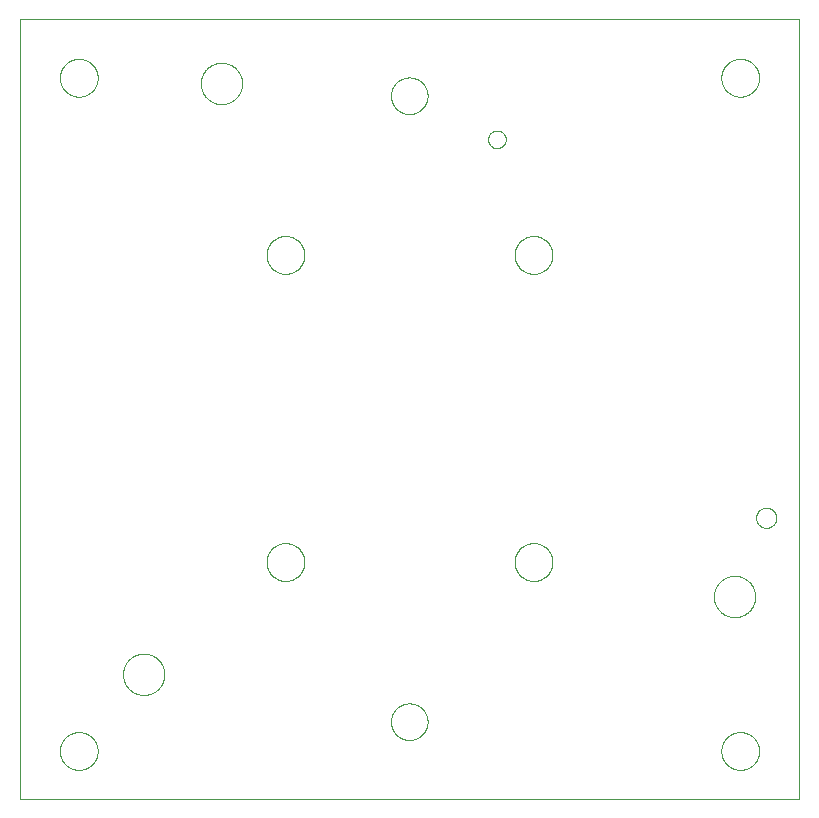
<source format=gtp>
G75*
%MOIN*%
%OFA0B0*%
%FSLAX25Y25*%
%IPPOS*%
%LPD*%
%AMOC8*
5,1,8,0,0,1.08239X$1,22.5*
%
%ADD10C,0.00000*%
D10*
X0001000Y0001000D02*
X0001000Y0260724D01*
X0260921Y0260882D01*
X0260921Y0001000D01*
X0001000Y0001000D01*
X0014465Y0016827D02*
X0014467Y0016985D01*
X0014473Y0017143D01*
X0014483Y0017301D01*
X0014497Y0017459D01*
X0014515Y0017616D01*
X0014536Y0017773D01*
X0014562Y0017929D01*
X0014592Y0018085D01*
X0014625Y0018240D01*
X0014663Y0018393D01*
X0014704Y0018546D01*
X0014749Y0018698D01*
X0014798Y0018849D01*
X0014851Y0018998D01*
X0014907Y0019146D01*
X0014967Y0019292D01*
X0015031Y0019437D01*
X0015099Y0019580D01*
X0015170Y0019722D01*
X0015244Y0019862D01*
X0015322Y0019999D01*
X0015404Y0020135D01*
X0015488Y0020269D01*
X0015577Y0020400D01*
X0015668Y0020529D01*
X0015763Y0020656D01*
X0015860Y0020781D01*
X0015961Y0020903D01*
X0016065Y0021022D01*
X0016172Y0021139D01*
X0016282Y0021253D01*
X0016395Y0021364D01*
X0016510Y0021473D01*
X0016628Y0021578D01*
X0016749Y0021680D01*
X0016872Y0021780D01*
X0016998Y0021876D01*
X0017126Y0021969D01*
X0017256Y0022059D01*
X0017389Y0022145D01*
X0017524Y0022229D01*
X0017660Y0022308D01*
X0017799Y0022385D01*
X0017940Y0022457D01*
X0018082Y0022527D01*
X0018226Y0022592D01*
X0018372Y0022654D01*
X0018519Y0022712D01*
X0018668Y0022767D01*
X0018818Y0022818D01*
X0018969Y0022865D01*
X0019121Y0022908D01*
X0019274Y0022947D01*
X0019429Y0022983D01*
X0019584Y0023014D01*
X0019740Y0023042D01*
X0019896Y0023066D01*
X0020053Y0023086D01*
X0020211Y0023102D01*
X0020368Y0023114D01*
X0020527Y0023122D01*
X0020685Y0023126D01*
X0020843Y0023126D01*
X0021001Y0023122D01*
X0021160Y0023114D01*
X0021317Y0023102D01*
X0021475Y0023086D01*
X0021632Y0023066D01*
X0021788Y0023042D01*
X0021944Y0023014D01*
X0022099Y0022983D01*
X0022254Y0022947D01*
X0022407Y0022908D01*
X0022559Y0022865D01*
X0022710Y0022818D01*
X0022860Y0022767D01*
X0023009Y0022712D01*
X0023156Y0022654D01*
X0023302Y0022592D01*
X0023446Y0022527D01*
X0023588Y0022457D01*
X0023729Y0022385D01*
X0023868Y0022308D01*
X0024004Y0022229D01*
X0024139Y0022145D01*
X0024272Y0022059D01*
X0024402Y0021969D01*
X0024530Y0021876D01*
X0024656Y0021780D01*
X0024779Y0021680D01*
X0024900Y0021578D01*
X0025018Y0021473D01*
X0025133Y0021364D01*
X0025246Y0021253D01*
X0025356Y0021139D01*
X0025463Y0021022D01*
X0025567Y0020903D01*
X0025668Y0020781D01*
X0025765Y0020656D01*
X0025860Y0020529D01*
X0025951Y0020400D01*
X0026040Y0020269D01*
X0026124Y0020135D01*
X0026206Y0019999D01*
X0026284Y0019862D01*
X0026358Y0019722D01*
X0026429Y0019580D01*
X0026497Y0019437D01*
X0026561Y0019292D01*
X0026621Y0019146D01*
X0026677Y0018998D01*
X0026730Y0018849D01*
X0026779Y0018698D01*
X0026824Y0018546D01*
X0026865Y0018393D01*
X0026903Y0018240D01*
X0026936Y0018085D01*
X0026966Y0017929D01*
X0026992Y0017773D01*
X0027013Y0017616D01*
X0027031Y0017459D01*
X0027045Y0017301D01*
X0027055Y0017143D01*
X0027061Y0016985D01*
X0027063Y0016827D01*
X0027061Y0016669D01*
X0027055Y0016511D01*
X0027045Y0016353D01*
X0027031Y0016195D01*
X0027013Y0016038D01*
X0026992Y0015881D01*
X0026966Y0015725D01*
X0026936Y0015569D01*
X0026903Y0015414D01*
X0026865Y0015261D01*
X0026824Y0015108D01*
X0026779Y0014956D01*
X0026730Y0014805D01*
X0026677Y0014656D01*
X0026621Y0014508D01*
X0026561Y0014362D01*
X0026497Y0014217D01*
X0026429Y0014074D01*
X0026358Y0013932D01*
X0026284Y0013792D01*
X0026206Y0013655D01*
X0026124Y0013519D01*
X0026040Y0013385D01*
X0025951Y0013254D01*
X0025860Y0013125D01*
X0025765Y0012998D01*
X0025668Y0012873D01*
X0025567Y0012751D01*
X0025463Y0012632D01*
X0025356Y0012515D01*
X0025246Y0012401D01*
X0025133Y0012290D01*
X0025018Y0012181D01*
X0024900Y0012076D01*
X0024779Y0011974D01*
X0024656Y0011874D01*
X0024530Y0011778D01*
X0024402Y0011685D01*
X0024272Y0011595D01*
X0024139Y0011509D01*
X0024004Y0011425D01*
X0023868Y0011346D01*
X0023729Y0011269D01*
X0023588Y0011197D01*
X0023446Y0011127D01*
X0023302Y0011062D01*
X0023156Y0011000D01*
X0023009Y0010942D01*
X0022860Y0010887D01*
X0022710Y0010836D01*
X0022559Y0010789D01*
X0022407Y0010746D01*
X0022254Y0010707D01*
X0022099Y0010671D01*
X0021944Y0010640D01*
X0021788Y0010612D01*
X0021632Y0010588D01*
X0021475Y0010568D01*
X0021317Y0010552D01*
X0021160Y0010540D01*
X0021001Y0010532D01*
X0020843Y0010528D01*
X0020685Y0010528D01*
X0020527Y0010532D01*
X0020368Y0010540D01*
X0020211Y0010552D01*
X0020053Y0010568D01*
X0019896Y0010588D01*
X0019740Y0010612D01*
X0019584Y0010640D01*
X0019429Y0010671D01*
X0019274Y0010707D01*
X0019121Y0010746D01*
X0018969Y0010789D01*
X0018818Y0010836D01*
X0018668Y0010887D01*
X0018519Y0010942D01*
X0018372Y0011000D01*
X0018226Y0011062D01*
X0018082Y0011127D01*
X0017940Y0011197D01*
X0017799Y0011269D01*
X0017660Y0011346D01*
X0017524Y0011425D01*
X0017389Y0011509D01*
X0017256Y0011595D01*
X0017126Y0011685D01*
X0016998Y0011778D01*
X0016872Y0011874D01*
X0016749Y0011974D01*
X0016628Y0012076D01*
X0016510Y0012181D01*
X0016395Y0012290D01*
X0016282Y0012401D01*
X0016172Y0012515D01*
X0016065Y0012632D01*
X0015961Y0012751D01*
X0015860Y0012873D01*
X0015763Y0012998D01*
X0015668Y0013125D01*
X0015577Y0013254D01*
X0015488Y0013385D01*
X0015404Y0013519D01*
X0015322Y0013655D01*
X0015244Y0013792D01*
X0015170Y0013932D01*
X0015099Y0014074D01*
X0015031Y0014217D01*
X0014967Y0014362D01*
X0014907Y0014508D01*
X0014851Y0014656D01*
X0014798Y0014805D01*
X0014749Y0014956D01*
X0014704Y0015108D01*
X0014663Y0015261D01*
X0014625Y0015414D01*
X0014592Y0015569D01*
X0014562Y0015725D01*
X0014536Y0015881D01*
X0014515Y0016038D01*
X0014497Y0016195D01*
X0014483Y0016353D01*
X0014473Y0016511D01*
X0014467Y0016669D01*
X0014465Y0016827D01*
X0035504Y0042395D02*
X0035506Y0042564D01*
X0035512Y0042733D01*
X0035523Y0042902D01*
X0035537Y0043070D01*
X0035556Y0043238D01*
X0035579Y0043406D01*
X0035605Y0043573D01*
X0035636Y0043739D01*
X0035671Y0043905D01*
X0035710Y0044069D01*
X0035754Y0044233D01*
X0035801Y0044395D01*
X0035852Y0044556D01*
X0035907Y0044716D01*
X0035966Y0044875D01*
X0036028Y0045032D01*
X0036095Y0045187D01*
X0036166Y0045341D01*
X0036240Y0045493D01*
X0036318Y0045643D01*
X0036399Y0045791D01*
X0036484Y0045937D01*
X0036573Y0046081D01*
X0036665Y0046223D01*
X0036761Y0046362D01*
X0036860Y0046499D01*
X0036962Y0046634D01*
X0037068Y0046766D01*
X0037177Y0046895D01*
X0037289Y0047022D01*
X0037404Y0047146D01*
X0037522Y0047267D01*
X0037643Y0047385D01*
X0037767Y0047500D01*
X0037894Y0047612D01*
X0038023Y0047721D01*
X0038155Y0047827D01*
X0038290Y0047929D01*
X0038427Y0048028D01*
X0038566Y0048124D01*
X0038708Y0048216D01*
X0038852Y0048305D01*
X0038998Y0048390D01*
X0039146Y0048471D01*
X0039296Y0048549D01*
X0039448Y0048623D01*
X0039602Y0048694D01*
X0039757Y0048761D01*
X0039914Y0048823D01*
X0040073Y0048882D01*
X0040233Y0048937D01*
X0040394Y0048988D01*
X0040556Y0049035D01*
X0040720Y0049079D01*
X0040884Y0049118D01*
X0041050Y0049153D01*
X0041216Y0049184D01*
X0041383Y0049210D01*
X0041551Y0049233D01*
X0041719Y0049252D01*
X0041887Y0049266D01*
X0042056Y0049277D01*
X0042225Y0049283D01*
X0042394Y0049285D01*
X0042563Y0049283D01*
X0042732Y0049277D01*
X0042901Y0049266D01*
X0043069Y0049252D01*
X0043237Y0049233D01*
X0043405Y0049210D01*
X0043572Y0049184D01*
X0043738Y0049153D01*
X0043904Y0049118D01*
X0044068Y0049079D01*
X0044232Y0049035D01*
X0044394Y0048988D01*
X0044555Y0048937D01*
X0044715Y0048882D01*
X0044874Y0048823D01*
X0045031Y0048761D01*
X0045186Y0048694D01*
X0045340Y0048623D01*
X0045492Y0048549D01*
X0045642Y0048471D01*
X0045790Y0048390D01*
X0045936Y0048305D01*
X0046080Y0048216D01*
X0046222Y0048124D01*
X0046361Y0048028D01*
X0046498Y0047929D01*
X0046633Y0047827D01*
X0046765Y0047721D01*
X0046894Y0047612D01*
X0047021Y0047500D01*
X0047145Y0047385D01*
X0047266Y0047267D01*
X0047384Y0047146D01*
X0047499Y0047022D01*
X0047611Y0046895D01*
X0047720Y0046766D01*
X0047826Y0046634D01*
X0047928Y0046499D01*
X0048027Y0046362D01*
X0048123Y0046223D01*
X0048215Y0046081D01*
X0048304Y0045937D01*
X0048389Y0045791D01*
X0048470Y0045643D01*
X0048548Y0045493D01*
X0048622Y0045341D01*
X0048693Y0045187D01*
X0048760Y0045032D01*
X0048822Y0044875D01*
X0048881Y0044716D01*
X0048936Y0044556D01*
X0048987Y0044395D01*
X0049034Y0044233D01*
X0049078Y0044069D01*
X0049117Y0043905D01*
X0049152Y0043739D01*
X0049183Y0043573D01*
X0049209Y0043406D01*
X0049232Y0043238D01*
X0049251Y0043070D01*
X0049265Y0042902D01*
X0049276Y0042733D01*
X0049282Y0042564D01*
X0049284Y0042395D01*
X0049282Y0042226D01*
X0049276Y0042057D01*
X0049265Y0041888D01*
X0049251Y0041720D01*
X0049232Y0041552D01*
X0049209Y0041384D01*
X0049183Y0041217D01*
X0049152Y0041051D01*
X0049117Y0040885D01*
X0049078Y0040721D01*
X0049034Y0040557D01*
X0048987Y0040395D01*
X0048936Y0040234D01*
X0048881Y0040074D01*
X0048822Y0039915D01*
X0048760Y0039758D01*
X0048693Y0039603D01*
X0048622Y0039449D01*
X0048548Y0039297D01*
X0048470Y0039147D01*
X0048389Y0038999D01*
X0048304Y0038853D01*
X0048215Y0038709D01*
X0048123Y0038567D01*
X0048027Y0038428D01*
X0047928Y0038291D01*
X0047826Y0038156D01*
X0047720Y0038024D01*
X0047611Y0037895D01*
X0047499Y0037768D01*
X0047384Y0037644D01*
X0047266Y0037523D01*
X0047145Y0037405D01*
X0047021Y0037290D01*
X0046894Y0037178D01*
X0046765Y0037069D01*
X0046633Y0036963D01*
X0046498Y0036861D01*
X0046361Y0036762D01*
X0046222Y0036666D01*
X0046080Y0036574D01*
X0045936Y0036485D01*
X0045790Y0036400D01*
X0045642Y0036319D01*
X0045492Y0036241D01*
X0045340Y0036167D01*
X0045186Y0036096D01*
X0045031Y0036029D01*
X0044874Y0035967D01*
X0044715Y0035908D01*
X0044555Y0035853D01*
X0044394Y0035802D01*
X0044232Y0035755D01*
X0044068Y0035711D01*
X0043904Y0035672D01*
X0043738Y0035637D01*
X0043572Y0035606D01*
X0043405Y0035580D01*
X0043237Y0035557D01*
X0043069Y0035538D01*
X0042901Y0035524D01*
X0042732Y0035513D01*
X0042563Y0035507D01*
X0042394Y0035505D01*
X0042225Y0035507D01*
X0042056Y0035513D01*
X0041887Y0035524D01*
X0041719Y0035538D01*
X0041551Y0035557D01*
X0041383Y0035580D01*
X0041216Y0035606D01*
X0041050Y0035637D01*
X0040884Y0035672D01*
X0040720Y0035711D01*
X0040556Y0035755D01*
X0040394Y0035802D01*
X0040233Y0035853D01*
X0040073Y0035908D01*
X0039914Y0035967D01*
X0039757Y0036029D01*
X0039602Y0036096D01*
X0039448Y0036167D01*
X0039296Y0036241D01*
X0039146Y0036319D01*
X0038998Y0036400D01*
X0038852Y0036485D01*
X0038708Y0036574D01*
X0038566Y0036666D01*
X0038427Y0036762D01*
X0038290Y0036861D01*
X0038155Y0036963D01*
X0038023Y0037069D01*
X0037894Y0037178D01*
X0037767Y0037290D01*
X0037643Y0037405D01*
X0037522Y0037523D01*
X0037404Y0037644D01*
X0037289Y0037768D01*
X0037177Y0037895D01*
X0037068Y0038024D01*
X0036962Y0038156D01*
X0036860Y0038291D01*
X0036761Y0038428D01*
X0036665Y0038567D01*
X0036573Y0038709D01*
X0036484Y0038853D01*
X0036399Y0038999D01*
X0036318Y0039147D01*
X0036240Y0039297D01*
X0036166Y0039449D01*
X0036095Y0039603D01*
X0036028Y0039758D01*
X0035966Y0039915D01*
X0035907Y0040074D01*
X0035852Y0040234D01*
X0035801Y0040395D01*
X0035754Y0040557D01*
X0035710Y0040721D01*
X0035671Y0040885D01*
X0035636Y0041051D01*
X0035605Y0041217D01*
X0035579Y0041384D01*
X0035556Y0041552D01*
X0035537Y0041720D01*
X0035523Y0041888D01*
X0035512Y0042057D01*
X0035506Y0042226D01*
X0035504Y0042395D01*
X0083362Y0079819D02*
X0083364Y0079977D01*
X0083370Y0080135D01*
X0083380Y0080293D01*
X0083394Y0080451D01*
X0083412Y0080608D01*
X0083433Y0080765D01*
X0083459Y0080921D01*
X0083489Y0081077D01*
X0083522Y0081232D01*
X0083560Y0081385D01*
X0083601Y0081538D01*
X0083646Y0081690D01*
X0083695Y0081841D01*
X0083748Y0081990D01*
X0083804Y0082138D01*
X0083864Y0082284D01*
X0083928Y0082429D01*
X0083996Y0082572D01*
X0084067Y0082714D01*
X0084141Y0082854D01*
X0084219Y0082991D01*
X0084301Y0083127D01*
X0084385Y0083261D01*
X0084474Y0083392D01*
X0084565Y0083521D01*
X0084660Y0083648D01*
X0084757Y0083773D01*
X0084858Y0083895D01*
X0084962Y0084014D01*
X0085069Y0084131D01*
X0085179Y0084245D01*
X0085292Y0084356D01*
X0085407Y0084465D01*
X0085525Y0084570D01*
X0085646Y0084672D01*
X0085769Y0084772D01*
X0085895Y0084868D01*
X0086023Y0084961D01*
X0086153Y0085051D01*
X0086286Y0085137D01*
X0086421Y0085221D01*
X0086557Y0085300D01*
X0086696Y0085377D01*
X0086837Y0085449D01*
X0086979Y0085519D01*
X0087123Y0085584D01*
X0087269Y0085646D01*
X0087416Y0085704D01*
X0087565Y0085759D01*
X0087715Y0085810D01*
X0087866Y0085857D01*
X0088018Y0085900D01*
X0088171Y0085939D01*
X0088326Y0085975D01*
X0088481Y0086006D01*
X0088637Y0086034D01*
X0088793Y0086058D01*
X0088950Y0086078D01*
X0089108Y0086094D01*
X0089265Y0086106D01*
X0089424Y0086114D01*
X0089582Y0086118D01*
X0089740Y0086118D01*
X0089898Y0086114D01*
X0090057Y0086106D01*
X0090214Y0086094D01*
X0090372Y0086078D01*
X0090529Y0086058D01*
X0090685Y0086034D01*
X0090841Y0086006D01*
X0090996Y0085975D01*
X0091151Y0085939D01*
X0091304Y0085900D01*
X0091456Y0085857D01*
X0091607Y0085810D01*
X0091757Y0085759D01*
X0091906Y0085704D01*
X0092053Y0085646D01*
X0092199Y0085584D01*
X0092343Y0085519D01*
X0092485Y0085449D01*
X0092626Y0085377D01*
X0092765Y0085300D01*
X0092901Y0085221D01*
X0093036Y0085137D01*
X0093169Y0085051D01*
X0093299Y0084961D01*
X0093427Y0084868D01*
X0093553Y0084772D01*
X0093676Y0084672D01*
X0093797Y0084570D01*
X0093915Y0084465D01*
X0094030Y0084356D01*
X0094143Y0084245D01*
X0094253Y0084131D01*
X0094360Y0084014D01*
X0094464Y0083895D01*
X0094565Y0083773D01*
X0094662Y0083648D01*
X0094757Y0083521D01*
X0094848Y0083392D01*
X0094937Y0083261D01*
X0095021Y0083127D01*
X0095103Y0082991D01*
X0095181Y0082854D01*
X0095255Y0082714D01*
X0095326Y0082572D01*
X0095394Y0082429D01*
X0095458Y0082284D01*
X0095518Y0082138D01*
X0095574Y0081990D01*
X0095627Y0081841D01*
X0095676Y0081690D01*
X0095721Y0081538D01*
X0095762Y0081385D01*
X0095800Y0081232D01*
X0095833Y0081077D01*
X0095863Y0080921D01*
X0095889Y0080765D01*
X0095910Y0080608D01*
X0095928Y0080451D01*
X0095942Y0080293D01*
X0095952Y0080135D01*
X0095958Y0079977D01*
X0095960Y0079819D01*
X0095958Y0079661D01*
X0095952Y0079503D01*
X0095942Y0079345D01*
X0095928Y0079187D01*
X0095910Y0079030D01*
X0095889Y0078873D01*
X0095863Y0078717D01*
X0095833Y0078561D01*
X0095800Y0078406D01*
X0095762Y0078253D01*
X0095721Y0078100D01*
X0095676Y0077948D01*
X0095627Y0077797D01*
X0095574Y0077648D01*
X0095518Y0077500D01*
X0095458Y0077354D01*
X0095394Y0077209D01*
X0095326Y0077066D01*
X0095255Y0076924D01*
X0095181Y0076784D01*
X0095103Y0076647D01*
X0095021Y0076511D01*
X0094937Y0076377D01*
X0094848Y0076246D01*
X0094757Y0076117D01*
X0094662Y0075990D01*
X0094565Y0075865D01*
X0094464Y0075743D01*
X0094360Y0075624D01*
X0094253Y0075507D01*
X0094143Y0075393D01*
X0094030Y0075282D01*
X0093915Y0075173D01*
X0093797Y0075068D01*
X0093676Y0074966D01*
X0093553Y0074866D01*
X0093427Y0074770D01*
X0093299Y0074677D01*
X0093169Y0074587D01*
X0093036Y0074501D01*
X0092901Y0074417D01*
X0092765Y0074338D01*
X0092626Y0074261D01*
X0092485Y0074189D01*
X0092343Y0074119D01*
X0092199Y0074054D01*
X0092053Y0073992D01*
X0091906Y0073934D01*
X0091757Y0073879D01*
X0091607Y0073828D01*
X0091456Y0073781D01*
X0091304Y0073738D01*
X0091151Y0073699D01*
X0090996Y0073663D01*
X0090841Y0073632D01*
X0090685Y0073604D01*
X0090529Y0073580D01*
X0090372Y0073560D01*
X0090214Y0073544D01*
X0090057Y0073532D01*
X0089898Y0073524D01*
X0089740Y0073520D01*
X0089582Y0073520D01*
X0089424Y0073524D01*
X0089265Y0073532D01*
X0089108Y0073544D01*
X0088950Y0073560D01*
X0088793Y0073580D01*
X0088637Y0073604D01*
X0088481Y0073632D01*
X0088326Y0073663D01*
X0088171Y0073699D01*
X0088018Y0073738D01*
X0087866Y0073781D01*
X0087715Y0073828D01*
X0087565Y0073879D01*
X0087416Y0073934D01*
X0087269Y0073992D01*
X0087123Y0074054D01*
X0086979Y0074119D01*
X0086837Y0074189D01*
X0086696Y0074261D01*
X0086557Y0074338D01*
X0086421Y0074417D01*
X0086286Y0074501D01*
X0086153Y0074587D01*
X0086023Y0074677D01*
X0085895Y0074770D01*
X0085769Y0074866D01*
X0085646Y0074966D01*
X0085525Y0075068D01*
X0085407Y0075173D01*
X0085292Y0075282D01*
X0085179Y0075393D01*
X0085069Y0075507D01*
X0084962Y0075624D01*
X0084858Y0075743D01*
X0084757Y0075865D01*
X0084660Y0075990D01*
X0084565Y0076117D01*
X0084474Y0076246D01*
X0084385Y0076377D01*
X0084301Y0076511D01*
X0084219Y0076647D01*
X0084141Y0076784D01*
X0084067Y0076924D01*
X0083996Y0077066D01*
X0083928Y0077209D01*
X0083864Y0077354D01*
X0083804Y0077500D01*
X0083748Y0077648D01*
X0083695Y0077797D01*
X0083646Y0077948D01*
X0083601Y0078100D01*
X0083560Y0078253D01*
X0083522Y0078406D01*
X0083489Y0078561D01*
X0083459Y0078717D01*
X0083433Y0078873D01*
X0083412Y0079030D01*
X0083394Y0079187D01*
X0083380Y0079345D01*
X0083370Y0079503D01*
X0083364Y0079661D01*
X0083362Y0079819D01*
X0124820Y0026591D02*
X0124822Y0026747D01*
X0124828Y0026903D01*
X0124838Y0027058D01*
X0124852Y0027213D01*
X0124870Y0027368D01*
X0124892Y0027522D01*
X0124917Y0027676D01*
X0124947Y0027829D01*
X0124981Y0027981D01*
X0125018Y0028133D01*
X0125059Y0028283D01*
X0125104Y0028432D01*
X0125153Y0028580D01*
X0125206Y0028727D01*
X0125262Y0028872D01*
X0125322Y0029016D01*
X0125386Y0029158D01*
X0125454Y0029299D01*
X0125525Y0029437D01*
X0125599Y0029574D01*
X0125677Y0029709D01*
X0125758Y0029842D01*
X0125843Y0029973D01*
X0125931Y0030102D01*
X0126022Y0030228D01*
X0126117Y0030352D01*
X0126214Y0030473D01*
X0126315Y0030592D01*
X0126419Y0030709D01*
X0126525Y0030822D01*
X0126635Y0030933D01*
X0126747Y0031041D01*
X0126862Y0031146D01*
X0126980Y0031249D01*
X0127100Y0031348D01*
X0127223Y0031444D01*
X0127348Y0031537D01*
X0127475Y0031626D01*
X0127605Y0031713D01*
X0127737Y0031796D01*
X0127871Y0031875D01*
X0128007Y0031952D01*
X0128145Y0032024D01*
X0128284Y0032094D01*
X0128426Y0032159D01*
X0128569Y0032221D01*
X0128713Y0032279D01*
X0128859Y0032334D01*
X0129007Y0032385D01*
X0129155Y0032432D01*
X0129305Y0032475D01*
X0129456Y0032514D01*
X0129608Y0032550D01*
X0129760Y0032581D01*
X0129914Y0032609D01*
X0130068Y0032633D01*
X0130222Y0032653D01*
X0130377Y0032669D01*
X0130533Y0032681D01*
X0130688Y0032689D01*
X0130844Y0032693D01*
X0131000Y0032693D01*
X0131156Y0032689D01*
X0131311Y0032681D01*
X0131467Y0032669D01*
X0131622Y0032653D01*
X0131776Y0032633D01*
X0131930Y0032609D01*
X0132084Y0032581D01*
X0132236Y0032550D01*
X0132388Y0032514D01*
X0132539Y0032475D01*
X0132689Y0032432D01*
X0132837Y0032385D01*
X0132985Y0032334D01*
X0133131Y0032279D01*
X0133275Y0032221D01*
X0133418Y0032159D01*
X0133560Y0032094D01*
X0133699Y0032024D01*
X0133837Y0031952D01*
X0133973Y0031875D01*
X0134107Y0031796D01*
X0134239Y0031713D01*
X0134369Y0031626D01*
X0134496Y0031537D01*
X0134621Y0031444D01*
X0134744Y0031348D01*
X0134864Y0031249D01*
X0134982Y0031146D01*
X0135097Y0031041D01*
X0135209Y0030933D01*
X0135319Y0030822D01*
X0135425Y0030709D01*
X0135529Y0030592D01*
X0135630Y0030473D01*
X0135727Y0030352D01*
X0135822Y0030228D01*
X0135913Y0030102D01*
X0136001Y0029973D01*
X0136086Y0029842D01*
X0136167Y0029709D01*
X0136245Y0029574D01*
X0136319Y0029437D01*
X0136390Y0029299D01*
X0136458Y0029158D01*
X0136522Y0029016D01*
X0136582Y0028872D01*
X0136638Y0028727D01*
X0136691Y0028580D01*
X0136740Y0028432D01*
X0136785Y0028283D01*
X0136826Y0028133D01*
X0136863Y0027981D01*
X0136897Y0027829D01*
X0136927Y0027676D01*
X0136952Y0027522D01*
X0136974Y0027368D01*
X0136992Y0027213D01*
X0137006Y0027058D01*
X0137016Y0026903D01*
X0137022Y0026747D01*
X0137024Y0026591D01*
X0137022Y0026435D01*
X0137016Y0026279D01*
X0137006Y0026124D01*
X0136992Y0025969D01*
X0136974Y0025814D01*
X0136952Y0025660D01*
X0136927Y0025506D01*
X0136897Y0025353D01*
X0136863Y0025201D01*
X0136826Y0025049D01*
X0136785Y0024899D01*
X0136740Y0024750D01*
X0136691Y0024602D01*
X0136638Y0024455D01*
X0136582Y0024310D01*
X0136522Y0024166D01*
X0136458Y0024024D01*
X0136390Y0023883D01*
X0136319Y0023745D01*
X0136245Y0023608D01*
X0136167Y0023473D01*
X0136086Y0023340D01*
X0136001Y0023209D01*
X0135913Y0023080D01*
X0135822Y0022954D01*
X0135727Y0022830D01*
X0135630Y0022709D01*
X0135529Y0022590D01*
X0135425Y0022473D01*
X0135319Y0022360D01*
X0135209Y0022249D01*
X0135097Y0022141D01*
X0134982Y0022036D01*
X0134864Y0021933D01*
X0134744Y0021834D01*
X0134621Y0021738D01*
X0134496Y0021645D01*
X0134369Y0021556D01*
X0134239Y0021469D01*
X0134107Y0021386D01*
X0133973Y0021307D01*
X0133837Y0021230D01*
X0133699Y0021158D01*
X0133560Y0021088D01*
X0133418Y0021023D01*
X0133275Y0020961D01*
X0133131Y0020903D01*
X0132985Y0020848D01*
X0132837Y0020797D01*
X0132689Y0020750D01*
X0132539Y0020707D01*
X0132388Y0020668D01*
X0132236Y0020632D01*
X0132084Y0020601D01*
X0131930Y0020573D01*
X0131776Y0020549D01*
X0131622Y0020529D01*
X0131467Y0020513D01*
X0131311Y0020501D01*
X0131156Y0020493D01*
X0131000Y0020489D01*
X0130844Y0020489D01*
X0130688Y0020493D01*
X0130533Y0020501D01*
X0130377Y0020513D01*
X0130222Y0020529D01*
X0130068Y0020549D01*
X0129914Y0020573D01*
X0129760Y0020601D01*
X0129608Y0020632D01*
X0129456Y0020668D01*
X0129305Y0020707D01*
X0129155Y0020750D01*
X0129007Y0020797D01*
X0128859Y0020848D01*
X0128713Y0020903D01*
X0128569Y0020961D01*
X0128426Y0021023D01*
X0128284Y0021088D01*
X0128145Y0021158D01*
X0128007Y0021230D01*
X0127871Y0021307D01*
X0127737Y0021386D01*
X0127605Y0021469D01*
X0127475Y0021556D01*
X0127348Y0021645D01*
X0127223Y0021738D01*
X0127100Y0021834D01*
X0126980Y0021933D01*
X0126862Y0022036D01*
X0126747Y0022141D01*
X0126635Y0022249D01*
X0126525Y0022360D01*
X0126419Y0022473D01*
X0126315Y0022590D01*
X0126214Y0022709D01*
X0126117Y0022830D01*
X0126022Y0022954D01*
X0125931Y0023080D01*
X0125843Y0023209D01*
X0125758Y0023340D01*
X0125677Y0023473D01*
X0125599Y0023608D01*
X0125525Y0023745D01*
X0125454Y0023883D01*
X0125386Y0024024D01*
X0125322Y0024166D01*
X0125262Y0024310D01*
X0125206Y0024455D01*
X0125153Y0024602D01*
X0125104Y0024750D01*
X0125059Y0024899D01*
X0125018Y0025049D01*
X0124981Y0025201D01*
X0124947Y0025353D01*
X0124917Y0025506D01*
X0124892Y0025660D01*
X0124870Y0025814D01*
X0124852Y0025969D01*
X0124838Y0026124D01*
X0124828Y0026279D01*
X0124822Y0026435D01*
X0124820Y0026591D01*
X0166040Y0079819D02*
X0166042Y0079977D01*
X0166048Y0080135D01*
X0166058Y0080293D01*
X0166072Y0080451D01*
X0166090Y0080608D01*
X0166111Y0080765D01*
X0166137Y0080921D01*
X0166167Y0081077D01*
X0166200Y0081232D01*
X0166238Y0081385D01*
X0166279Y0081538D01*
X0166324Y0081690D01*
X0166373Y0081841D01*
X0166426Y0081990D01*
X0166482Y0082138D01*
X0166542Y0082284D01*
X0166606Y0082429D01*
X0166674Y0082572D01*
X0166745Y0082714D01*
X0166819Y0082854D01*
X0166897Y0082991D01*
X0166979Y0083127D01*
X0167063Y0083261D01*
X0167152Y0083392D01*
X0167243Y0083521D01*
X0167338Y0083648D01*
X0167435Y0083773D01*
X0167536Y0083895D01*
X0167640Y0084014D01*
X0167747Y0084131D01*
X0167857Y0084245D01*
X0167970Y0084356D01*
X0168085Y0084465D01*
X0168203Y0084570D01*
X0168324Y0084672D01*
X0168447Y0084772D01*
X0168573Y0084868D01*
X0168701Y0084961D01*
X0168831Y0085051D01*
X0168964Y0085137D01*
X0169099Y0085221D01*
X0169235Y0085300D01*
X0169374Y0085377D01*
X0169515Y0085449D01*
X0169657Y0085519D01*
X0169801Y0085584D01*
X0169947Y0085646D01*
X0170094Y0085704D01*
X0170243Y0085759D01*
X0170393Y0085810D01*
X0170544Y0085857D01*
X0170696Y0085900D01*
X0170849Y0085939D01*
X0171004Y0085975D01*
X0171159Y0086006D01*
X0171315Y0086034D01*
X0171471Y0086058D01*
X0171628Y0086078D01*
X0171786Y0086094D01*
X0171943Y0086106D01*
X0172102Y0086114D01*
X0172260Y0086118D01*
X0172418Y0086118D01*
X0172576Y0086114D01*
X0172735Y0086106D01*
X0172892Y0086094D01*
X0173050Y0086078D01*
X0173207Y0086058D01*
X0173363Y0086034D01*
X0173519Y0086006D01*
X0173674Y0085975D01*
X0173829Y0085939D01*
X0173982Y0085900D01*
X0174134Y0085857D01*
X0174285Y0085810D01*
X0174435Y0085759D01*
X0174584Y0085704D01*
X0174731Y0085646D01*
X0174877Y0085584D01*
X0175021Y0085519D01*
X0175163Y0085449D01*
X0175304Y0085377D01*
X0175443Y0085300D01*
X0175579Y0085221D01*
X0175714Y0085137D01*
X0175847Y0085051D01*
X0175977Y0084961D01*
X0176105Y0084868D01*
X0176231Y0084772D01*
X0176354Y0084672D01*
X0176475Y0084570D01*
X0176593Y0084465D01*
X0176708Y0084356D01*
X0176821Y0084245D01*
X0176931Y0084131D01*
X0177038Y0084014D01*
X0177142Y0083895D01*
X0177243Y0083773D01*
X0177340Y0083648D01*
X0177435Y0083521D01*
X0177526Y0083392D01*
X0177615Y0083261D01*
X0177699Y0083127D01*
X0177781Y0082991D01*
X0177859Y0082854D01*
X0177933Y0082714D01*
X0178004Y0082572D01*
X0178072Y0082429D01*
X0178136Y0082284D01*
X0178196Y0082138D01*
X0178252Y0081990D01*
X0178305Y0081841D01*
X0178354Y0081690D01*
X0178399Y0081538D01*
X0178440Y0081385D01*
X0178478Y0081232D01*
X0178511Y0081077D01*
X0178541Y0080921D01*
X0178567Y0080765D01*
X0178588Y0080608D01*
X0178606Y0080451D01*
X0178620Y0080293D01*
X0178630Y0080135D01*
X0178636Y0079977D01*
X0178638Y0079819D01*
X0178636Y0079661D01*
X0178630Y0079503D01*
X0178620Y0079345D01*
X0178606Y0079187D01*
X0178588Y0079030D01*
X0178567Y0078873D01*
X0178541Y0078717D01*
X0178511Y0078561D01*
X0178478Y0078406D01*
X0178440Y0078253D01*
X0178399Y0078100D01*
X0178354Y0077948D01*
X0178305Y0077797D01*
X0178252Y0077648D01*
X0178196Y0077500D01*
X0178136Y0077354D01*
X0178072Y0077209D01*
X0178004Y0077066D01*
X0177933Y0076924D01*
X0177859Y0076784D01*
X0177781Y0076647D01*
X0177699Y0076511D01*
X0177615Y0076377D01*
X0177526Y0076246D01*
X0177435Y0076117D01*
X0177340Y0075990D01*
X0177243Y0075865D01*
X0177142Y0075743D01*
X0177038Y0075624D01*
X0176931Y0075507D01*
X0176821Y0075393D01*
X0176708Y0075282D01*
X0176593Y0075173D01*
X0176475Y0075068D01*
X0176354Y0074966D01*
X0176231Y0074866D01*
X0176105Y0074770D01*
X0175977Y0074677D01*
X0175847Y0074587D01*
X0175714Y0074501D01*
X0175579Y0074417D01*
X0175443Y0074338D01*
X0175304Y0074261D01*
X0175163Y0074189D01*
X0175021Y0074119D01*
X0174877Y0074054D01*
X0174731Y0073992D01*
X0174584Y0073934D01*
X0174435Y0073879D01*
X0174285Y0073828D01*
X0174134Y0073781D01*
X0173982Y0073738D01*
X0173829Y0073699D01*
X0173674Y0073663D01*
X0173519Y0073632D01*
X0173363Y0073604D01*
X0173207Y0073580D01*
X0173050Y0073560D01*
X0172892Y0073544D01*
X0172735Y0073532D01*
X0172576Y0073524D01*
X0172418Y0073520D01*
X0172260Y0073520D01*
X0172102Y0073524D01*
X0171943Y0073532D01*
X0171786Y0073544D01*
X0171628Y0073560D01*
X0171471Y0073580D01*
X0171315Y0073604D01*
X0171159Y0073632D01*
X0171004Y0073663D01*
X0170849Y0073699D01*
X0170696Y0073738D01*
X0170544Y0073781D01*
X0170393Y0073828D01*
X0170243Y0073879D01*
X0170094Y0073934D01*
X0169947Y0073992D01*
X0169801Y0074054D01*
X0169657Y0074119D01*
X0169515Y0074189D01*
X0169374Y0074261D01*
X0169235Y0074338D01*
X0169099Y0074417D01*
X0168964Y0074501D01*
X0168831Y0074587D01*
X0168701Y0074677D01*
X0168573Y0074770D01*
X0168447Y0074866D01*
X0168324Y0074966D01*
X0168203Y0075068D01*
X0168085Y0075173D01*
X0167970Y0075282D01*
X0167857Y0075393D01*
X0167747Y0075507D01*
X0167640Y0075624D01*
X0167536Y0075743D01*
X0167435Y0075865D01*
X0167338Y0075990D01*
X0167243Y0076117D01*
X0167152Y0076246D01*
X0167063Y0076377D01*
X0166979Y0076511D01*
X0166897Y0076647D01*
X0166819Y0076784D01*
X0166745Y0076924D01*
X0166674Y0077066D01*
X0166606Y0077209D01*
X0166542Y0077354D01*
X0166482Y0077500D01*
X0166426Y0077648D01*
X0166373Y0077797D01*
X0166324Y0077948D01*
X0166279Y0078100D01*
X0166238Y0078253D01*
X0166200Y0078406D01*
X0166167Y0078561D01*
X0166137Y0078717D01*
X0166111Y0078873D01*
X0166090Y0079030D01*
X0166072Y0079187D01*
X0166058Y0079345D01*
X0166048Y0079503D01*
X0166042Y0079661D01*
X0166040Y0079819D01*
X0232457Y0068324D02*
X0232459Y0068493D01*
X0232465Y0068662D01*
X0232476Y0068831D01*
X0232490Y0068999D01*
X0232509Y0069167D01*
X0232532Y0069335D01*
X0232558Y0069502D01*
X0232589Y0069668D01*
X0232624Y0069834D01*
X0232663Y0069998D01*
X0232707Y0070162D01*
X0232754Y0070324D01*
X0232805Y0070485D01*
X0232860Y0070645D01*
X0232919Y0070804D01*
X0232981Y0070961D01*
X0233048Y0071116D01*
X0233119Y0071270D01*
X0233193Y0071422D01*
X0233271Y0071572D01*
X0233352Y0071720D01*
X0233437Y0071866D01*
X0233526Y0072010D01*
X0233618Y0072152D01*
X0233714Y0072291D01*
X0233813Y0072428D01*
X0233915Y0072563D01*
X0234021Y0072695D01*
X0234130Y0072824D01*
X0234242Y0072951D01*
X0234357Y0073075D01*
X0234475Y0073196D01*
X0234596Y0073314D01*
X0234720Y0073429D01*
X0234847Y0073541D01*
X0234976Y0073650D01*
X0235108Y0073756D01*
X0235243Y0073858D01*
X0235380Y0073957D01*
X0235519Y0074053D01*
X0235661Y0074145D01*
X0235805Y0074234D01*
X0235951Y0074319D01*
X0236099Y0074400D01*
X0236249Y0074478D01*
X0236401Y0074552D01*
X0236555Y0074623D01*
X0236710Y0074690D01*
X0236867Y0074752D01*
X0237026Y0074811D01*
X0237186Y0074866D01*
X0237347Y0074917D01*
X0237509Y0074964D01*
X0237673Y0075008D01*
X0237837Y0075047D01*
X0238003Y0075082D01*
X0238169Y0075113D01*
X0238336Y0075139D01*
X0238504Y0075162D01*
X0238672Y0075181D01*
X0238840Y0075195D01*
X0239009Y0075206D01*
X0239178Y0075212D01*
X0239347Y0075214D01*
X0239516Y0075212D01*
X0239685Y0075206D01*
X0239854Y0075195D01*
X0240022Y0075181D01*
X0240190Y0075162D01*
X0240358Y0075139D01*
X0240525Y0075113D01*
X0240691Y0075082D01*
X0240857Y0075047D01*
X0241021Y0075008D01*
X0241185Y0074964D01*
X0241347Y0074917D01*
X0241508Y0074866D01*
X0241668Y0074811D01*
X0241827Y0074752D01*
X0241984Y0074690D01*
X0242139Y0074623D01*
X0242293Y0074552D01*
X0242445Y0074478D01*
X0242595Y0074400D01*
X0242743Y0074319D01*
X0242889Y0074234D01*
X0243033Y0074145D01*
X0243175Y0074053D01*
X0243314Y0073957D01*
X0243451Y0073858D01*
X0243586Y0073756D01*
X0243718Y0073650D01*
X0243847Y0073541D01*
X0243974Y0073429D01*
X0244098Y0073314D01*
X0244219Y0073196D01*
X0244337Y0073075D01*
X0244452Y0072951D01*
X0244564Y0072824D01*
X0244673Y0072695D01*
X0244779Y0072563D01*
X0244881Y0072428D01*
X0244980Y0072291D01*
X0245076Y0072152D01*
X0245168Y0072010D01*
X0245257Y0071866D01*
X0245342Y0071720D01*
X0245423Y0071572D01*
X0245501Y0071422D01*
X0245575Y0071270D01*
X0245646Y0071116D01*
X0245713Y0070961D01*
X0245775Y0070804D01*
X0245834Y0070645D01*
X0245889Y0070485D01*
X0245940Y0070324D01*
X0245987Y0070162D01*
X0246031Y0069998D01*
X0246070Y0069834D01*
X0246105Y0069668D01*
X0246136Y0069502D01*
X0246162Y0069335D01*
X0246185Y0069167D01*
X0246204Y0068999D01*
X0246218Y0068831D01*
X0246229Y0068662D01*
X0246235Y0068493D01*
X0246237Y0068324D01*
X0246235Y0068155D01*
X0246229Y0067986D01*
X0246218Y0067817D01*
X0246204Y0067649D01*
X0246185Y0067481D01*
X0246162Y0067313D01*
X0246136Y0067146D01*
X0246105Y0066980D01*
X0246070Y0066814D01*
X0246031Y0066650D01*
X0245987Y0066486D01*
X0245940Y0066324D01*
X0245889Y0066163D01*
X0245834Y0066003D01*
X0245775Y0065844D01*
X0245713Y0065687D01*
X0245646Y0065532D01*
X0245575Y0065378D01*
X0245501Y0065226D01*
X0245423Y0065076D01*
X0245342Y0064928D01*
X0245257Y0064782D01*
X0245168Y0064638D01*
X0245076Y0064496D01*
X0244980Y0064357D01*
X0244881Y0064220D01*
X0244779Y0064085D01*
X0244673Y0063953D01*
X0244564Y0063824D01*
X0244452Y0063697D01*
X0244337Y0063573D01*
X0244219Y0063452D01*
X0244098Y0063334D01*
X0243974Y0063219D01*
X0243847Y0063107D01*
X0243718Y0062998D01*
X0243586Y0062892D01*
X0243451Y0062790D01*
X0243314Y0062691D01*
X0243175Y0062595D01*
X0243033Y0062503D01*
X0242889Y0062414D01*
X0242743Y0062329D01*
X0242595Y0062248D01*
X0242445Y0062170D01*
X0242293Y0062096D01*
X0242139Y0062025D01*
X0241984Y0061958D01*
X0241827Y0061896D01*
X0241668Y0061837D01*
X0241508Y0061782D01*
X0241347Y0061731D01*
X0241185Y0061684D01*
X0241021Y0061640D01*
X0240857Y0061601D01*
X0240691Y0061566D01*
X0240525Y0061535D01*
X0240358Y0061509D01*
X0240190Y0061486D01*
X0240022Y0061467D01*
X0239854Y0061453D01*
X0239685Y0061442D01*
X0239516Y0061436D01*
X0239347Y0061434D01*
X0239178Y0061436D01*
X0239009Y0061442D01*
X0238840Y0061453D01*
X0238672Y0061467D01*
X0238504Y0061486D01*
X0238336Y0061509D01*
X0238169Y0061535D01*
X0238003Y0061566D01*
X0237837Y0061601D01*
X0237673Y0061640D01*
X0237509Y0061684D01*
X0237347Y0061731D01*
X0237186Y0061782D01*
X0237026Y0061837D01*
X0236867Y0061896D01*
X0236710Y0061958D01*
X0236555Y0062025D01*
X0236401Y0062096D01*
X0236249Y0062170D01*
X0236099Y0062248D01*
X0235951Y0062329D01*
X0235805Y0062414D01*
X0235661Y0062503D01*
X0235519Y0062595D01*
X0235380Y0062691D01*
X0235243Y0062790D01*
X0235108Y0062892D01*
X0234976Y0062998D01*
X0234847Y0063107D01*
X0234720Y0063219D01*
X0234596Y0063334D01*
X0234475Y0063452D01*
X0234357Y0063573D01*
X0234242Y0063697D01*
X0234130Y0063824D01*
X0234021Y0063953D01*
X0233915Y0064085D01*
X0233813Y0064220D01*
X0233714Y0064357D01*
X0233618Y0064496D01*
X0233526Y0064638D01*
X0233437Y0064782D01*
X0233352Y0064928D01*
X0233271Y0065076D01*
X0233193Y0065226D01*
X0233119Y0065378D01*
X0233048Y0065532D01*
X0232981Y0065687D01*
X0232919Y0065844D01*
X0232860Y0066003D01*
X0232805Y0066163D01*
X0232754Y0066324D01*
X0232707Y0066486D01*
X0232663Y0066650D01*
X0232624Y0066814D01*
X0232589Y0066980D01*
X0232558Y0067146D01*
X0232532Y0067313D01*
X0232509Y0067481D01*
X0232490Y0067649D01*
X0232476Y0067817D01*
X0232465Y0067986D01*
X0232459Y0068155D01*
X0232457Y0068324D01*
X0246548Y0094548D02*
X0246550Y0094663D01*
X0246556Y0094779D01*
X0246566Y0094894D01*
X0246580Y0095009D01*
X0246598Y0095123D01*
X0246620Y0095236D01*
X0246645Y0095349D01*
X0246675Y0095460D01*
X0246708Y0095571D01*
X0246745Y0095680D01*
X0246786Y0095788D01*
X0246831Y0095895D01*
X0246879Y0096000D01*
X0246931Y0096103D01*
X0246987Y0096204D01*
X0247046Y0096304D01*
X0247108Y0096401D01*
X0247174Y0096496D01*
X0247242Y0096589D01*
X0247314Y0096679D01*
X0247389Y0096767D01*
X0247468Y0096852D01*
X0247549Y0096934D01*
X0247632Y0097014D01*
X0247719Y0097090D01*
X0247808Y0097164D01*
X0247899Y0097234D01*
X0247993Y0097302D01*
X0248089Y0097366D01*
X0248188Y0097426D01*
X0248288Y0097483D01*
X0248390Y0097537D01*
X0248494Y0097587D01*
X0248600Y0097634D01*
X0248707Y0097677D01*
X0248816Y0097716D01*
X0248926Y0097751D01*
X0249037Y0097782D01*
X0249149Y0097810D01*
X0249262Y0097834D01*
X0249376Y0097854D01*
X0249491Y0097870D01*
X0249606Y0097882D01*
X0249721Y0097890D01*
X0249836Y0097894D01*
X0249952Y0097894D01*
X0250067Y0097890D01*
X0250182Y0097882D01*
X0250297Y0097870D01*
X0250412Y0097854D01*
X0250526Y0097834D01*
X0250639Y0097810D01*
X0250751Y0097782D01*
X0250862Y0097751D01*
X0250972Y0097716D01*
X0251081Y0097677D01*
X0251188Y0097634D01*
X0251294Y0097587D01*
X0251398Y0097537D01*
X0251500Y0097483D01*
X0251600Y0097426D01*
X0251699Y0097366D01*
X0251795Y0097302D01*
X0251889Y0097234D01*
X0251980Y0097164D01*
X0252069Y0097090D01*
X0252156Y0097014D01*
X0252239Y0096934D01*
X0252320Y0096852D01*
X0252399Y0096767D01*
X0252474Y0096679D01*
X0252546Y0096589D01*
X0252614Y0096496D01*
X0252680Y0096401D01*
X0252742Y0096304D01*
X0252801Y0096204D01*
X0252857Y0096103D01*
X0252909Y0096000D01*
X0252957Y0095895D01*
X0253002Y0095788D01*
X0253043Y0095680D01*
X0253080Y0095571D01*
X0253113Y0095460D01*
X0253143Y0095349D01*
X0253168Y0095236D01*
X0253190Y0095123D01*
X0253208Y0095009D01*
X0253222Y0094894D01*
X0253232Y0094779D01*
X0253238Y0094663D01*
X0253240Y0094548D01*
X0253238Y0094433D01*
X0253232Y0094317D01*
X0253222Y0094202D01*
X0253208Y0094087D01*
X0253190Y0093973D01*
X0253168Y0093860D01*
X0253143Y0093747D01*
X0253113Y0093636D01*
X0253080Y0093525D01*
X0253043Y0093416D01*
X0253002Y0093308D01*
X0252957Y0093201D01*
X0252909Y0093096D01*
X0252857Y0092993D01*
X0252801Y0092892D01*
X0252742Y0092792D01*
X0252680Y0092695D01*
X0252614Y0092600D01*
X0252546Y0092507D01*
X0252474Y0092417D01*
X0252399Y0092329D01*
X0252320Y0092244D01*
X0252239Y0092162D01*
X0252156Y0092082D01*
X0252069Y0092006D01*
X0251980Y0091932D01*
X0251889Y0091862D01*
X0251795Y0091794D01*
X0251699Y0091730D01*
X0251600Y0091670D01*
X0251500Y0091613D01*
X0251398Y0091559D01*
X0251294Y0091509D01*
X0251188Y0091462D01*
X0251081Y0091419D01*
X0250972Y0091380D01*
X0250862Y0091345D01*
X0250751Y0091314D01*
X0250639Y0091286D01*
X0250526Y0091262D01*
X0250412Y0091242D01*
X0250297Y0091226D01*
X0250182Y0091214D01*
X0250067Y0091206D01*
X0249952Y0091202D01*
X0249836Y0091202D01*
X0249721Y0091206D01*
X0249606Y0091214D01*
X0249491Y0091226D01*
X0249376Y0091242D01*
X0249262Y0091262D01*
X0249149Y0091286D01*
X0249037Y0091314D01*
X0248926Y0091345D01*
X0248816Y0091380D01*
X0248707Y0091419D01*
X0248600Y0091462D01*
X0248494Y0091509D01*
X0248390Y0091559D01*
X0248288Y0091613D01*
X0248188Y0091670D01*
X0248089Y0091730D01*
X0247993Y0091794D01*
X0247899Y0091862D01*
X0247808Y0091932D01*
X0247719Y0092006D01*
X0247632Y0092082D01*
X0247549Y0092162D01*
X0247468Y0092244D01*
X0247389Y0092329D01*
X0247314Y0092417D01*
X0247242Y0092507D01*
X0247174Y0092600D01*
X0247108Y0092695D01*
X0247046Y0092792D01*
X0246987Y0092892D01*
X0246931Y0092993D01*
X0246879Y0093096D01*
X0246831Y0093201D01*
X0246786Y0093308D01*
X0246745Y0093416D01*
X0246708Y0093525D01*
X0246675Y0093636D01*
X0246645Y0093747D01*
X0246620Y0093860D01*
X0246598Y0093973D01*
X0246580Y0094087D01*
X0246566Y0094202D01*
X0246556Y0094317D01*
X0246550Y0094433D01*
X0246548Y0094548D01*
X0234937Y0016827D02*
X0234939Y0016985D01*
X0234945Y0017143D01*
X0234955Y0017301D01*
X0234969Y0017459D01*
X0234987Y0017616D01*
X0235008Y0017773D01*
X0235034Y0017929D01*
X0235064Y0018085D01*
X0235097Y0018240D01*
X0235135Y0018393D01*
X0235176Y0018546D01*
X0235221Y0018698D01*
X0235270Y0018849D01*
X0235323Y0018998D01*
X0235379Y0019146D01*
X0235439Y0019292D01*
X0235503Y0019437D01*
X0235571Y0019580D01*
X0235642Y0019722D01*
X0235716Y0019862D01*
X0235794Y0019999D01*
X0235876Y0020135D01*
X0235960Y0020269D01*
X0236049Y0020400D01*
X0236140Y0020529D01*
X0236235Y0020656D01*
X0236332Y0020781D01*
X0236433Y0020903D01*
X0236537Y0021022D01*
X0236644Y0021139D01*
X0236754Y0021253D01*
X0236867Y0021364D01*
X0236982Y0021473D01*
X0237100Y0021578D01*
X0237221Y0021680D01*
X0237344Y0021780D01*
X0237470Y0021876D01*
X0237598Y0021969D01*
X0237728Y0022059D01*
X0237861Y0022145D01*
X0237996Y0022229D01*
X0238132Y0022308D01*
X0238271Y0022385D01*
X0238412Y0022457D01*
X0238554Y0022527D01*
X0238698Y0022592D01*
X0238844Y0022654D01*
X0238991Y0022712D01*
X0239140Y0022767D01*
X0239290Y0022818D01*
X0239441Y0022865D01*
X0239593Y0022908D01*
X0239746Y0022947D01*
X0239901Y0022983D01*
X0240056Y0023014D01*
X0240212Y0023042D01*
X0240368Y0023066D01*
X0240525Y0023086D01*
X0240683Y0023102D01*
X0240840Y0023114D01*
X0240999Y0023122D01*
X0241157Y0023126D01*
X0241315Y0023126D01*
X0241473Y0023122D01*
X0241632Y0023114D01*
X0241789Y0023102D01*
X0241947Y0023086D01*
X0242104Y0023066D01*
X0242260Y0023042D01*
X0242416Y0023014D01*
X0242571Y0022983D01*
X0242726Y0022947D01*
X0242879Y0022908D01*
X0243031Y0022865D01*
X0243182Y0022818D01*
X0243332Y0022767D01*
X0243481Y0022712D01*
X0243628Y0022654D01*
X0243774Y0022592D01*
X0243918Y0022527D01*
X0244060Y0022457D01*
X0244201Y0022385D01*
X0244340Y0022308D01*
X0244476Y0022229D01*
X0244611Y0022145D01*
X0244744Y0022059D01*
X0244874Y0021969D01*
X0245002Y0021876D01*
X0245128Y0021780D01*
X0245251Y0021680D01*
X0245372Y0021578D01*
X0245490Y0021473D01*
X0245605Y0021364D01*
X0245718Y0021253D01*
X0245828Y0021139D01*
X0245935Y0021022D01*
X0246039Y0020903D01*
X0246140Y0020781D01*
X0246237Y0020656D01*
X0246332Y0020529D01*
X0246423Y0020400D01*
X0246512Y0020269D01*
X0246596Y0020135D01*
X0246678Y0019999D01*
X0246756Y0019862D01*
X0246830Y0019722D01*
X0246901Y0019580D01*
X0246969Y0019437D01*
X0247033Y0019292D01*
X0247093Y0019146D01*
X0247149Y0018998D01*
X0247202Y0018849D01*
X0247251Y0018698D01*
X0247296Y0018546D01*
X0247337Y0018393D01*
X0247375Y0018240D01*
X0247408Y0018085D01*
X0247438Y0017929D01*
X0247464Y0017773D01*
X0247485Y0017616D01*
X0247503Y0017459D01*
X0247517Y0017301D01*
X0247527Y0017143D01*
X0247533Y0016985D01*
X0247535Y0016827D01*
X0247533Y0016669D01*
X0247527Y0016511D01*
X0247517Y0016353D01*
X0247503Y0016195D01*
X0247485Y0016038D01*
X0247464Y0015881D01*
X0247438Y0015725D01*
X0247408Y0015569D01*
X0247375Y0015414D01*
X0247337Y0015261D01*
X0247296Y0015108D01*
X0247251Y0014956D01*
X0247202Y0014805D01*
X0247149Y0014656D01*
X0247093Y0014508D01*
X0247033Y0014362D01*
X0246969Y0014217D01*
X0246901Y0014074D01*
X0246830Y0013932D01*
X0246756Y0013792D01*
X0246678Y0013655D01*
X0246596Y0013519D01*
X0246512Y0013385D01*
X0246423Y0013254D01*
X0246332Y0013125D01*
X0246237Y0012998D01*
X0246140Y0012873D01*
X0246039Y0012751D01*
X0245935Y0012632D01*
X0245828Y0012515D01*
X0245718Y0012401D01*
X0245605Y0012290D01*
X0245490Y0012181D01*
X0245372Y0012076D01*
X0245251Y0011974D01*
X0245128Y0011874D01*
X0245002Y0011778D01*
X0244874Y0011685D01*
X0244744Y0011595D01*
X0244611Y0011509D01*
X0244476Y0011425D01*
X0244340Y0011346D01*
X0244201Y0011269D01*
X0244060Y0011197D01*
X0243918Y0011127D01*
X0243774Y0011062D01*
X0243628Y0011000D01*
X0243481Y0010942D01*
X0243332Y0010887D01*
X0243182Y0010836D01*
X0243031Y0010789D01*
X0242879Y0010746D01*
X0242726Y0010707D01*
X0242571Y0010671D01*
X0242416Y0010640D01*
X0242260Y0010612D01*
X0242104Y0010588D01*
X0241947Y0010568D01*
X0241789Y0010552D01*
X0241632Y0010540D01*
X0241473Y0010532D01*
X0241315Y0010528D01*
X0241157Y0010528D01*
X0240999Y0010532D01*
X0240840Y0010540D01*
X0240683Y0010552D01*
X0240525Y0010568D01*
X0240368Y0010588D01*
X0240212Y0010612D01*
X0240056Y0010640D01*
X0239901Y0010671D01*
X0239746Y0010707D01*
X0239593Y0010746D01*
X0239441Y0010789D01*
X0239290Y0010836D01*
X0239140Y0010887D01*
X0238991Y0010942D01*
X0238844Y0011000D01*
X0238698Y0011062D01*
X0238554Y0011127D01*
X0238412Y0011197D01*
X0238271Y0011269D01*
X0238132Y0011346D01*
X0237996Y0011425D01*
X0237861Y0011509D01*
X0237728Y0011595D01*
X0237598Y0011685D01*
X0237470Y0011778D01*
X0237344Y0011874D01*
X0237221Y0011974D01*
X0237100Y0012076D01*
X0236982Y0012181D01*
X0236867Y0012290D01*
X0236754Y0012401D01*
X0236644Y0012515D01*
X0236537Y0012632D01*
X0236433Y0012751D01*
X0236332Y0012873D01*
X0236235Y0012998D01*
X0236140Y0013125D01*
X0236049Y0013254D01*
X0235960Y0013385D01*
X0235876Y0013519D01*
X0235794Y0013655D01*
X0235716Y0013792D01*
X0235642Y0013932D01*
X0235571Y0014074D01*
X0235503Y0014217D01*
X0235439Y0014362D01*
X0235379Y0014508D01*
X0235323Y0014656D01*
X0235270Y0014805D01*
X0235221Y0014956D01*
X0235176Y0015108D01*
X0235135Y0015261D01*
X0235097Y0015414D01*
X0235064Y0015569D01*
X0235034Y0015725D01*
X0235008Y0015881D01*
X0234987Y0016038D01*
X0234969Y0016195D01*
X0234955Y0016353D01*
X0234945Y0016511D01*
X0234939Y0016669D01*
X0234937Y0016827D01*
X0166040Y0182181D02*
X0166042Y0182339D01*
X0166048Y0182497D01*
X0166058Y0182655D01*
X0166072Y0182813D01*
X0166090Y0182970D01*
X0166111Y0183127D01*
X0166137Y0183283D01*
X0166167Y0183439D01*
X0166200Y0183594D01*
X0166238Y0183747D01*
X0166279Y0183900D01*
X0166324Y0184052D01*
X0166373Y0184203D01*
X0166426Y0184352D01*
X0166482Y0184500D01*
X0166542Y0184646D01*
X0166606Y0184791D01*
X0166674Y0184934D01*
X0166745Y0185076D01*
X0166819Y0185216D01*
X0166897Y0185353D01*
X0166979Y0185489D01*
X0167063Y0185623D01*
X0167152Y0185754D01*
X0167243Y0185883D01*
X0167338Y0186010D01*
X0167435Y0186135D01*
X0167536Y0186257D01*
X0167640Y0186376D01*
X0167747Y0186493D01*
X0167857Y0186607D01*
X0167970Y0186718D01*
X0168085Y0186827D01*
X0168203Y0186932D01*
X0168324Y0187034D01*
X0168447Y0187134D01*
X0168573Y0187230D01*
X0168701Y0187323D01*
X0168831Y0187413D01*
X0168964Y0187499D01*
X0169099Y0187583D01*
X0169235Y0187662D01*
X0169374Y0187739D01*
X0169515Y0187811D01*
X0169657Y0187881D01*
X0169801Y0187946D01*
X0169947Y0188008D01*
X0170094Y0188066D01*
X0170243Y0188121D01*
X0170393Y0188172D01*
X0170544Y0188219D01*
X0170696Y0188262D01*
X0170849Y0188301D01*
X0171004Y0188337D01*
X0171159Y0188368D01*
X0171315Y0188396D01*
X0171471Y0188420D01*
X0171628Y0188440D01*
X0171786Y0188456D01*
X0171943Y0188468D01*
X0172102Y0188476D01*
X0172260Y0188480D01*
X0172418Y0188480D01*
X0172576Y0188476D01*
X0172735Y0188468D01*
X0172892Y0188456D01*
X0173050Y0188440D01*
X0173207Y0188420D01*
X0173363Y0188396D01*
X0173519Y0188368D01*
X0173674Y0188337D01*
X0173829Y0188301D01*
X0173982Y0188262D01*
X0174134Y0188219D01*
X0174285Y0188172D01*
X0174435Y0188121D01*
X0174584Y0188066D01*
X0174731Y0188008D01*
X0174877Y0187946D01*
X0175021Y0187881D01*
X0175163Y0187811D01*
X0175304Y0187739D01*
X0175443Y0187662D01*
X0175579Y0187583D01*
X0175714Y0187499D01*
X0175847Y0187413D01*
X0175977Y0187323D01*
X0176105Y0187230D01*
X0176231Y0187134D01*
X0176354Y0187034D01*
X0176475Y0186932D01*
X0176593Y0186827D01*
X0176708Y0186718D01*
X0176821Y0186607D01*
X0176931Y0186493D01*
X0177038Y0186376D01*
X0177142Y0186257D01*
X0177243Y0186135D01*
X0177340Y0186010D01*
X0177435Y0185883D01*
X0177526Y0185754D01*
X0177615Y0185623D01*
X0177699Y0185489D01*
X0177781Y0185353D01*
X0177859Y0185216D01*
X0177933Y0185076D01*
X0178004Y0184934D01*
X0178072Y0184791D01*
X0178136Y0184646D01*
X0178196Y0184500D01*
X0178252Y0184352D01*
X0178305Y0184203D01*
X0178354Y0184052D01*
X0178399Y0183900D01*
X0178440Y0183747D01*
X0178478Y0183594D01*
X0178511Y0183439D01*
X0178541Y0183283D01*
X0178567Y0183127D01*
X0178588Y0182970D01*
X0178606Y0182813D01*
X0178620Y0182655D01*
X0178630Y0182497D01*
X0178636Y0182339D01*
X0178638Y0182181D01*
X0178636Y0182023D01*
X0178630Y0181865D01*
X0178620Y0181707D01*
X0178606Y0181549D01*
X0178588Y0181392D01*
X0178567Y0181235D01*
X0178541Y0181079D01*
X0178511Y0180923D01*
X0178478Y0180768D01*
X0178440Y0180615D01*
X0178399Y0180462D01*
X0178354Y0180310D01*
X0178305Y0180159D01*
X0178252Y0180010D01*
X0178196Y0179862D01*
X0178136Y0179716D01*
X0178072Y0179571D01*
X0178004Y0179428D01*
X0177933Y0179286D01*
X0177859Y0179146D01*
X0177781Y0179009D01*
X0177699Y0178873D01*
X0177615Y0178739D01*
X0177526Y0178608D01*
X0177435Y0178479D01*
X0177340Y0178352D01*
X0177243Y0178227D01*
X0177142Y0178105D01*
X0177038Y0177986D01*
X0176931Y0177869D01*
X0176821Y0177755D01*
X0176708Y0177644D01*
X0176593Y0177535D01*
X0176475Y0177430D01*
X0176354Y0177328D01*
X0176231Y0177228D01*
X0176105Y0177132D01*
X0175977Y0177039D01*
X0175847Y0176949D01*
X0175714Y0176863D01*
X0175579Y0176779D01*
X0175443Y0176700D01*
X0175304Y0176623D01*
X0175163Y0176551D01*
X0175021Y0176481D01*
X0174877Y0176416D01*
X0174731Y0176354D01*
X0174584Y0176296D01*
X0174435Y0176241D01*
X0174285Y0176190D01*
X0174134Y0176143D01*
X0173982Y0176100D01*
X0173829Y0176061D01*
X0173674Y0176025D01*
X0173519Y0175994D01*
X0173363Y0175966D01*
X0173207Y0175942D01*
X0173050Y0175922D01*
X0172892Y0175906D01*
X0172735Y0175894D01*
X0172576Y0175886D01*
X0172418Y0175882D01*
X0172260Y0175882D01*
X0172102Y0175886D01*
X0171943Y0175894D01*
X0171786Y0175906D01*
X0171628Y0175922D01*
X0171471Y0175942D01*
X0171315Y0175966D01*
X0171159Y0175994D01*
X0171004Y0176025D01*
X0170849Y0176061D01*
X0170696Y0176100D01*
X0170544Y0176143D01*
X0170393Y0176190D01*
X0170243Y0176241D01*
X0170094Y0176296D01*
X0169947Y0176354D01*
X0169801Y0176416D01*
X0169657Y0176481D01*
X0169515Y0176551D01*
X0169374Y0176623D01*
X0169235Y0176700D01*
X0169099Y0176779D01*
X0168964Y0176863D01*
X0168831Y0176949D01*
X0168701Y0177039D01*
X0168573Y0177132D01*
X0168447Y0177228D01*
X0168324Y0177328D01*
X0168203Y0177430D01*
X0168085Y0177535D01*
X0167970Y0177644D01*
X0167857Y0177755D01*
X0167747Y0177869D01*
X0167640Y0177986D01*
X0167536Y0178105D01*
X0167435Y0178227D01*
X0167338Y0178352D01*
X0167243Y0178479D01*
X0167152Y0178608D01*
X0167063Y0178739D01*
X0166979Y0178873D01*
X0166897Y0179009D01*
X0166819Y0179146D01*
X0166745Y0179286D01*
X0166674Y0179428D01*
X0166606Y0179571D01*
X0166542Y0179716D01*
X0166482Y0179862D01*
X0166426Y0180010D01*
X0166373Y0180159D01*
X0166324Y0180310D01*
X0166279Y0180462D01*
X0166238Y0180615D01*
X0166200Y0180768D01*
X0166167Y0180923D01*
X0166137Y0181079D01*
X0166111Y0181235D01*
X0166090Y0181392D01*
X0166072Y0181549D01*
X0166058Y0181707D01*
X0166048Y0181865D01*
X0166042Y0182023D01*
X0166040Y0182181D01*
X0157181Y0220705D02*
X0157183Y0220813D01*
X0157189Y0220922D01*
X0157199Y0221030D01*
X0157213Y0221137D01*
X0157231Y0221244D01*
X0157252Y0221351D01*
X0157278Y0221456D01*
X0157308Y0221561D01*
X0157341Y0221664D01*
X0157378Y0221766D01*
X0157419Y0221866D01*
X0157463Y0221965D01*
X0157512Y0222063D01*
X0157563Y0222158D01*
X0157618Y0222251D01*
X0157677Y0222343D01*
X0157739Y0222432D01*
X0157804Y0222519D01*
X0157872Y0222603D01*
X0157943Y0222685D01*
X0158017Y0222764D01*
X0158094Y0222840D01*
X0158174Y0222914D01*
X0158257Y0222984D01*
X0158342Y0223052D01*
X0158429Y0223116D01*
X0158519Y0223177D01*
X0158611Y0223235D01*
X0158705Y0223289D01*
X0158801Y0223340D01*
X0158898Y0223387D01*
X0158998Y0223431D01*
X0159099Y0223471D01*
X0159201Y0223507D01*
X0159304Y0223539D01*
X0159409Y0223568D01*
X0159515Y0223592D01*
X0159621Y0223613D01*
X0159728Y0223630D01*
X0159836Y0223643D01*
X0159944Y0223652D01*
X0160053Y0223657D01*
X0160161Y0223658D01*
X0160270Y0223655D01*
X0160378Y0223648D01*
X0160486Y0223637D01*
X0160593Y0223622D01*
X0160700Y0223603D01*
X0160806Y0223580D01*
X0160911Y0223554D01*
X0161016Y0223523D01*
X0161118Y0223489D01*
X0161220Y0223451D01*
X0161320Y0223409D01*
X0161419Y0223364D01*
X0161516Y0223315D01*
X0161610Y0223262D01*
X0161703Y0223206D01*
X0161794Y0223147D01*
X0161883Y0223084D01*
X0161969Y0223019D01*
X0162053Y0222950D01*
X0162134Y0222878D01*
X0162212Y0222803D01*
X0162288Y0222725D01*
X0162361Y0222644D01*
X0162431Y0222561D01*
X0162497Y0222476D01*
X0162561Y0222388D01*
X0162621Y0222297D01*
X0162678Y0222205D01*
X0162731Y0222110D01*
X0162781Y0222014D01*
X0162827Y0221916D01*
X0162870Y0221816D01*
X0162909Y0221715D01*
X0162944Y0221612D01*
X0162976Y0221509D01*
X0163003Y0221404D01*
X0163027Y0221298D01*
X0163047Y0221191D01*
X0163063Y0221084D01*
X0163075Y0220976D01*
X0163083Y0220868D01*
X0163087Y0220759D01*
X0163087Y0220651D01*
X0163083Y0220542D01*
X0163075Y0220434D01*
X0163063Y0220326D01*
X0163047Y0220219D01*
X0163027Y0220112D01*
X0163003Y0220006D01*
X0162976Y0219901D01*
X0162944Y0219798D01*
X0162909Y0219695D01*
X0162870Y0219594D01*
X0162827Y0219494D01*
X0162781Y0219396D01*
X0162731Y0219300D01*
X0162678Y0219205D01*
X0162621Y0219113D01*
X0162561Y0219022D01*
X0162497Y0218934D01*
X0162431Y0218849D01*
X0162361Y0218766D01*
X0162288Y0218685D01*
X0162212Y0218607D01*
X0162134Y0218532D01*
X0162053Y0218460D01*
X0161969Y0218391D01*
X0161883Y0218326D01*
X0161794Y0218263D01*
X0161703Y0218204D01*
X0161611Y0218148D01*
X0161516Y0218095D01*
X0161419Y0218046D01*
X0161320Y0218001D01*
X0161220Y0217959D01*
X0161118Y0217921D01*
X0161016Y0217887D01*
X0160911Y0217856D01*
X0160806Y0217830D01*
X0160700Y0217807D01*
X0160593Y0217788D01*
X0160486Y0217773D01*
X0160378Y0217762D01*
X0160270Y0217755D01*
X0160161Y0217752D01*
X0160053Y0217753D01*
X0159944Y0217758D01*
X0159836Y0217767D01*
X0159728Y0217780D01*
X0159621Y0217797D01*
X0159515Y0217818D01*
X0159409Y0217842D01*
X0159304Y0217871D01*
X0159201Y0217903D01*
X0159099Y0217939D01*
X0158998Y0217979D01*
X0158898Y0218023D01*
X0158801Y0218070D01*
X0158705Y0218121D01*
X0158611Y0218175D01*
X0158519Y0218233D01*
X0158429Y0218294D01*
X0158342Y0218358D01*
X0158257Y0218426D01*
X0158174Y0218496D01*
X0158094Y0218570D01*
X0158017Y0218646D01*
X0157943Y0218725D01*
X0157872Y0218807D01*
X0157804Y0218891D01*
X0157739Y0218978D01*
X0157677Y0219067D01*
X0157618Y0219159D01*
X0157563Y0219252D01*
X0157512Y0219347D01*
X0157463Y0219445D01*
X0157419Y0219544D01*
X0157378Y0219644D01*
X0157341Y0219746D01*
X0157308Y0219849D01*
X0157278Y0219954D01*
X0157252Y0220059D01*
X0157231Y0220166D01*
X0157213Y0220273D01*
X0157199Y0220380D01*
X0157189Y0220488D01*
X0157183Y0220597D01*
X0157181Y0220705D01*
X0124820Y0235253D02*
X0124822Y0235409D01*
X0124828Y0235565D01*
X0124838Y0235720D01*
X0124852Y0235875D01*
X0124870Y0236030D01*
X0124892Y0236184D01*
X0124917Y0236338D01*
X0124947Y0236491D01*
X0124981Y0236643D01*
X0125018Y0236795D01*
X0125059Y0236945D01*
X0125104Y0237094D01*
X0125153Y0237242D01*
X0125206Y0237389D01*
X0125262Y0237534D01*
X0125322Y0237678D01*
X0125386Y0237820D01*
X0125454Y0237961D01*
X0125525Y0238099D01*
X0125599Y0238236D01*
X0125677Y0238371D01*
X0125758Y0238504D01*
X0125843Y0238635D01*
X0125931Y0238764D01*
X0126022Y0238890D01*
X0126117Y0239014D01*
X0126214Y0239135D01*
X0126315Y0239254D01*
X0126419Y0239371D01*
X0126525Y0239484D01*
X0126635Y0239595D01*
X0126747Y0239703D01*
X0126862Y0239808D01*
X0126980Y0239911D01*
X0127100Y0240010D01*
X0127223Y0240106D01*
X0127348Y0240199D01*
X0127475Y0240288D01*
X0127605Y0240375D01*
X0127737Y0240458D01*
X0127871Y0240537D01*
X0128007Y0240614D01*
X0128145Y0240686D01*
X0128284Y0240756D01*
X0128426Y0240821D01*
X0128569Y0240883D01*
X0128713Y0240941D01*
X0128859Y0240996D01*
X0129007Y0241047D01*
X0129155Y0241094D01*
X0129305Y0241137D01*
X0129456Y0241176D01*
X0129608Y0241212D01*
X0129760Y0241243D01*
X0129914Y0241271D01*
X0130068Y0241295D01*
X0130222Y0241315D01*
X0130377Y0241331D01*
X0130533Y0241343D01*
X0130688Y0241351D01*
X0130844Y0241355D01*
X0131000Y0241355D01*
X0131156Y0241351D01*
X0131311Y0241343D01*
X0131467Y0241331D01*
X0131622Y0241315D01*
X0131776Y0241295D01*
X0131930Y0241271D01*
X0132084Y0241243D01*
X0132236Y0241212D01*
X0132388Y0241176D01*
X0132539Y0241137D01*
X0132689Y0241094D01*
X0132837Y0241047D01*
X0132985Y0240996D01*
X0133131Y0240941D01*
X0133275Y0240883D01*
X0133418Y0240821D01*
X0133560Y0240756D01*
X0133699Y0240686D01*
X0133837Y0240614D01*
X0133973Y0240537D01*
X0134107Y0240458D01*
X0134239Y0240375D01*
X0134369Y0240288D01*
X0134496Y0240199D01*
X0134621Y0240106D01*
X0134744Y0240010D01*
X0134864Y0239911D01*
X0134982Y0239808D01*
X0135097Y0239703D01*
X0135209Y0239595D01*
X0135319Y0239484D01*
X0135425Y0239371D01*
X0135529Y0239254D01*
X0135630Y0239135D01*
X0135727Y0239014D01*
X0135822Y0238890D01*
X0135913Y0238764D01*
X0136001Y0238635D01*
X0136086Y0238504D01*
X0136167Y0238371D01*
X0136245Y0238236D01*
X0136319Y0238099D01*
X0136390Y0237961D01*
X0136458Y0237820D01*
X0136522Y0237678D01*
X0136582Y0237534D01*
X0136638Y0237389D01*
X0136691Y0237242D01*
X0136740Y0237094D01*
X0136785Y0236945D01*
X0136826Y0236795D01*
X0136863Y0236643D01*
X0136897Y0236491D01*
X0136927Y0236338D01*
X0136952Y0236184D01*
X0136974Y0236030D01*
X0136992Y0235875D01*
X0137006Y0235720D01*
X0137016Y0235565D01*
X0137022Y0235409D01*
X0137024Y0235253D01*
X0137022Y0235097D01*
X0137016Y0234941D01*
X0137006Y0234786D01*
X0136992Y0234631D01*
X0136974Y0234476D01*
X0136952Y0234322D01*
X0136927Y0234168D01*
X0136897Y0234015D01*
X0136863Y0233863D01*
X0136826Y0233711D01*
X0136785Y0233561D01*
X0136740Y0233412D01*
X0136691Y0233264D01*
X0136638Y0233117D01*
X0136582Y0232972D01*
X0136522Y0232828D01*
X0136458Y0232686D01*
X0136390Y0232545D01*
X0136319Y0232407D01*
X0136245Y0232270D01*
X0136167Y0232135D01*
X0136086Y0232002D01*
X0136001Y0231871D01*
X0135913Y0231742D01*
X0135822Y0231616D01*
X0135727Y0231492D01*
X0135630Y0231371D01*
X0135529Y0231252D01*
X0135425Y0231135D01*
X0135319Y0231022D01*
X0135209Y0230911D01*
X0135097Y0230803D01*
X0134982Y0230698D01*
X0134864Y0230595D01*
X0134744Y0230496D01*
X0134621Y0230400D01*
X0134496Y0230307D01*
X0134369Y0230218D01*
X0134239Y0230131D01*
X0134107Y0230048D01*
X0133973Y0229969D01*
X0133837Y0229892D01*
X0133699Y0229820D01*
X0133560Y0229750D01*
X0133418Y0229685D01*
X0133275Y0229623D01*
X0133131Y0229565D01*
X0132985Y0229510D01*
X0132837Y0229459D01*
X0132689Y0229412D01*
X0132539Y0229369D01*
X0132388Y0229330D01*
X0132236Y0229294D01*
X0132084Y0229263D01*
X0131930Y0229235D01*
X0131776Y0229211D01*
X0131622Y0229191D01*
X0131467Y0229175D01*
X0131311Y0229163D01*
X0131156Y0229155D01*
X0131000Y0229151D01*
X0130844Y0229151D01*
X0130688Y0229155D01*
X0130533Y0229163D01*
X0130377Y0229175D01*
X0130222Y0229191D01*
X0130068Y0229211D01*
X0129914Y0229235D01*
X0129760Y0229263D01*
X0129608Y0229294D01*
X0129456Y0229330D01*
X0129305Y0229369D01*
X0129155Y0229412D01*
X0129007Y0229459D01*
X0128859Y0229510D01*
X0128713Y0229565D01*
X0128569Y0229623D01*
X0128426Y0229685D01*
X0128284Y0229750D01*
X0128145Y0229820D01*
X0128007Y0229892D01*
X0127871Y0229969D01*
X0127737Y0230048D01*
X0127605Y0230131D01*
X0127475Y0230218D01*
X0127348Y0230307D01*
X0127223Y0230400D01*
X0127100Y0230496D01*
X0126980Y0230595D01*
X0126862Y0230698D01*
X0126747Y0230803D01*
X0126635Y0230911D01*
X0126525Y0231022D01*
X0126419Y0231135D01*
X0126315Y0231252D01*
X0126214Y0231371D01*
X0126117Y0231492D01*
X0126022Y0231616D01*
X0125931Y0231742D01*
X0125843Y0231871D01*
X0125758Y0232002D01*
X0125677Y0232135D01*
X0125599Y0232270D01*
X0125525Y0232407D01*
X0125454Y0232545D01*
X0125386Y0232686D01*
X0125322Y0232828D01*
X0125262Y0232972D01*
X0125206Y0233117D01*
X0125153Y0233264D01*
X0125104Y0233412D01*
X0125059Y0233561D01*
X0125018Y0233711D01*
X0124981Y0233863D01*
X0124947Y0234015D01*
X0124917Y0234168D01*
X0124892Y0234322D01*
X0124870Y0234476D01*
X0124852Y0234631D01*
X0124838Y0234786D01*
X0124828Y0234941D01*
X0124822Y0235097D01*
X0124820Y0235253D01*
X0083362Y0182181D02*
X0083364Y0182339D01*
X0083370Y0182497D01*
X0083380Y0182655D01*
X0083394Y0182813D01*
X0083412Y0182970D01*
X0083433Y0183127D01*
X0083459Y0183283D01*
X0083489Y0183439D01*
X0083522Y0183594D01*
X0083560Y0183747D01*
X0083601Y0183900D01*
X0083646Y0184052D01*
X0083695Y0184203D01*
X0083748Y0184352D01*
X0083804Y0184500D01*
X0083864Y0184646D01*
X0083928Y0184791D01*
X0083996Y0184934D01*
X0084067Y0185076D01*
X0084141Y0185216D01*
X0084219Y0185353D01*
X0084301Y0185489D01*
X0084385Y0185623D01*
X0084474Y0185754D01*
X0084565Y0185883D01*
X0084660Y0186010D01*
X0084757Y0186135D01*
X0084858Y0186257D01*
X0084962Y0186376D01*
X0085069Y0186493D01*
X0085179Y0186607D01*
X0085292Y0186718D01*
X0085407Y0186827D01*
X0085525Y0186932D01*
X0085646Y0187034D01*
X0085769Y0187134D01*
X0085895Y0187230D01*
X0086023Y0187323D01*
X0086153Y0187413D01*
X0086286Y0187499D01*
X0086421Y0187583D01*
X0086557Y0187662D01*
X0086696Y0187739D01*
X0086837Y0187811D01*
X0086979Y0187881D01*
X0087123Y0187946D01*
X0087269Y0188008D01*
X0087416Y0188066D01*
X0087565Y0188121D01*
X0087715Y0188172D01*
X0087866Y0188219D01*
X0088018Y0188262D01*
X0088171Y0188301D01*
X0088326Y0188337D01*
X0088481Y0188368D01*
X0088637Y0188396D01*
X0088793Y0188420D01*
X0088950Y0188440D01*
X0089108Y0188456D01*
X0089265Y0188468D01*
X0089424Y0188476D01*
X0089582Y0188480D01*
X0089740Y0188480D01*
X0089898Y0188476D01*
X0090057Y0188468D01*
X0090214Y0188456D01*
X0090372Y0188440D01*
X0090529Y0188420D01*
X0090685Y0188396D01*
X0090841Y0188368D01*
X0090996Y0188337D01*
X0091151Y0188301D01*
X0091304Y0188262D01*
X0091456Y0188219D01*
X0091607Y0188172D01*
X0091757Y0188121D01*
X0091906Y0188066D01*
X0092053Y0188008D01*
X0092199Y0187946D01*
X0092343Y0187881D01*
X0092485Y0187811D01*
X0092626Y0187739D01*
X0092765Y0187662D01*
X0092901Y0187583D01*
X0093036Y0187499D01*
X0093169Y0187413D01*
X0093299Y0187323D01*
X0093427Y0187230D01*
X0093553Y0187134D01*
X0093676Y0187034D01*
X0093797Y0186932D01*
X0093915Y0186827D01*
X0094030Y0186718D01*
X0094143Y0186607D01*
X0094253Y0186493D01*
X0094360Y0186376D01*
X0094464Y0186257D01*
X0094565Y0186135D01*
X0094662Y0186010D01*
X0094757Y0185883D01*
X0094848Y0185754D01*
X0094937Y0185623D01*
X0095021Y0185489D01*
X0095103Y0185353D01*
X0095181Y0185216D01*
X0095255Y0185076D01*
X0095326Y0184934D01*
X0095394Y0184791D01*
X0095458Y0184646D01*
X0095518Y0184500D01*
X0095574Y0184352D01*
X0095627Y0184203D01*
X0095676Y0184052D01*
X0095721Y0183900D01*
X0095762Y0183747D01*
X0095800Y0183594D01*
X0095833Y0183439D01*
X0095863Y0183283D01*
X0095889Y0183127D01*
X0095910Y0182970D01*
X0095928Y0182813D01*
X0095942Y0182655D01*
X0095952Y0182497D01*
X0095958Y0182339D01*
X0095960Y0182181D01*
X0095958Y0182023D01*
X0095952Y0181865D01*
X0095942Y0181707D01*
X0095928Y0181549D01*
X0095910Y0181392D01*
X0095889Y0181235D01*
X0095863Y0181079D01*
X0095833Y0180923D01*
X0095800Y0180768D01*
X0095762Y0180615D01*
X0095721Y0180462D01*
X0095676Y0180310D01*
X0095627Y0180159D01*
X0095574Y0180010D01*
X0095518Y0179862D01*
X0095458Y0179716D01*
X0095394Y0179571D01*
X0095326Y0179428D01*
X0095255Y0179286D01*
X0095181Y0179146D01*
X0095103Y0179009D01*
X0095021Y0178873D01*
X0094937Y0178739D01*
X0094848Y0178608D01*
X0094757Y0178479D01*
X0094662Y0178352D01*
X0094565Y0178227D01*
X0094464Y0178105D01*
X0094360Y0177986D01*
X0094253Y0177869D01*
X0094143Y0177755D01*
X0094030Y0177644D01*
X0093915Y0177535D01*
X0093797Y0177430D01*
X0093676Y0177328D01*
X0093553Y0177228D01*
X0093427Y0177132D01*
X0093299Y0177039D01*
X0093169Y0176949D01*
X0093036Y0176863D01*
X0092901Y0176779D01*
X0092765Y0176700D01*
X0092626Y0176623D01*
X0092485Y0176551D01*
X0092343Y0176481D01*
X0092199Y0176416D01*
X0092053Y0176354D01*
X0091906Y0176296D01*
X0091757Y0176241D01*
X0091607Y0176190D01*
X0091456Y0176143D01*
X0091304Y0176100D01*
X0091151Y0176061D01*
X0090996Y0176025D01*
X0090841Y0175994D01*
X0090685Y0175966D01*
X0090529Y0175942D01*
X0090372Y0175922D01*
X0090214Y0175906D01*
X0090057Y0175894D01*
X0089898Y0175886D01*
X0089740Y0175882D01*
X0089582Y0175882D01*
X0089424Y0175886D01*
X0089265Y0175894D01*
X0089108Y0175906D01*
X0088950Y0175922D01*
X0088793Y0175942D01*
X0088637Y0175966D01*
X0088481Y0175994D01*
X0088326Y0176025D01*
X0088171Y0176061D01*
X0088018Y0176100D01*
X0087866Y0176143D01*
X0087715Y0176190D01*
X0087565Y0176241D01*
X0087416Y0176296D01*
X0087269Y0176354D01*
X0087123Y0176416D01*
X0086979Y0176481D01*
X0086837Y0176551D01*
X0086696Y0176623D01*
X0086557Y0176700D01*
X0086421Y0176779D01*
X0086286Y0176863D01*
X0086153Y0176949D01*
X0086023Y0177039D01*
X0085895Y0177132D01*
X0085769Y0177228D01*
X0085646Y0177328D01*
X0085525Y0177430D01*
X0085407Y0177535D01*
X0085292Y0177644D01*
X0085179Y0177755D01*
X0085069Y0177869D01*
X0084962Y0177986D01*
X0084858Y0178105D01*
X0084757Y0178227D01*
X0084660Y0178352D01*
X0084565Y0178479D01*
X0084474Y0178608D01*
X0084385Y0178739D01*
X0084301Y0178873D01*
X0084219Y0179009D01*
X0084141Y0179146D01*
X0084067Y0179286D01*
X0083996Y0179428D01*
X0083928Y0179571D01*
X0083864Y0179716D01*
X0083804Y0179862D01*
X0083748Y0180010D01*
X0083695Y0180159D01*
X0083646Y0180310D01*
X0083601Y0180462D01*
X0083560Y0180615D01*
X0083522Y0180768D01*
X0083489Y0180923D01*
X0083459Y0181079D01*
X0083433Y0181235D01*
X0083412Y0181392D01*
X0083394Y0181549D01*
X0083380Y0181707D01*
X0083370Y0181865D01*
X0083364Y0182023D01*
X0083362Y0182181D01*
X0061433Y0239347D02*
X0061435Y0239516D01*
X0061441Y0239685D01*
X0061452Y0239854D01*
X0061466Y0240022D01*
X0061485Y0240190D01*
X0061508Y0240358D01*
X0061534Y0240525D01*
X0061565Y0240691D01*
X0061600Y0240857D01*
X0061639Y0241021D01*
X0061683Y0241185D01*
X0061730Y0241347D01*
X0061781Y0241508D01*
X0061836Y0241668D01*
X0061895Y0241827D01*
X0061957Y0241984D01*
X0062024Y0242139D01*
X0062095Y0242293D01*
X0062169Y0242445D01*
X0062247Y0242595D01*
X0062328Y0242743D01*
X0062413Y0242889D01*
X0062502Y0243033D01*
X0062594Y0243175D01*
X0062690Y0243314D01*
X0062789Y0243451D01*
X0062891Y0243586D01*
X0062997Y0243718D01*
X0063106Y0243847D01*
X0063218Y0243974D01*
X0063333Y0244098D01*
X0063451Y0244219D01*
X0063572Y0244337D01*
X0063696Y0244452D01*
X0063823Y0244564D01*
X0063952Y0244673D01*
X0064084Y0244779D01*
X0064219Y0244881D01*
X0064356Y0244980D01*
X0064495Y0245076D01*
X0064637Y0245168D01*
X0064781Y0245257D01*
X0064927Y0245342D01*
X0065075Y0245423D01*
X0065225Y0245501D01*
X0065377Y0245575D01*
X0065531Y0245646D01*
X0065686Y0245713D01*
X0065843Y0245775D01*
X0066002Y0245834D01*
X0066162Y0245889D01*
X0066323Y0245940D01*
X0066485Y0245987D01*
X0066649Y0246031D01*
X0066813Y0246070D01*
X0066979Y0246105D01*
X0067145Y0246136D01*
X0067312Y0246162D01*
X0067480Y0246185D01*
X0067648Y0246204D01*
X0067816Y0246218D01*
X0067985Y0246229D01*
X0068154Y0246235D01*
X0068323Y0246237D01*
X0068492Y0246235D01*
X0068661Y0246229D01*
X0068830Y0246218D01*
X0068998Y0246204D01*
X0069166Y0246185D01*
X0069334Y0246162D01*
X0069501Y0246136D01*
X0069667Y0246105D01*
X0069833Y0246070D01*
X0069997Y0246031D01*
X0070161Y0245987D01*
X0070323Y0245940D01*
X0070484Y0245889D01*
X0070644Y0245834D01*
X0070803Y0245775D01*
X0070960Y0245713D01*
X0071115Y0245646D01*
X0071269Y0245575D01*
X0071421Y0245501D01*
X0071571Y0245423D01*
X0071719Y0245342D01*
X0071865Y0245257D01*
X0072009Y0245168D01*
X0072151Y0245076D01*
X0072290Y0244980D01*
X0072427Y0244881D01*
X0072562Y0244779D01*
X0072694Y0244673D01*
X0072823Y0244564D01*
X0072950Y0244452D01*
X0073074Y0244337D01*
X0073195Y0244219D01*
X0073313Y0244098D01*
X0073428Y0243974D01*
X0073540Y0243847D01*
X0073649Y0243718D01*
X0073755Y0243586D01*
X0073857Y0243451D01*
X0073956Y0243314D01*
X0074052Y0243175D01*
X0074144Y0243033D01*
X0074233Y0242889D01*
X0074318Y0242743D01*
X0074399Y0242595D01*
X0074477Y0242445D01*
X0074551Y0242293D01*
X0074622Y0242139D01*
X0074689Y0241984D01*
X0074751Y0241827D01*
X0074810Y0241668D01*
X0074865Y0241508D01*
X0074916Y0241347D01*
X0074963Y0241185D01*
X0075007Y0241021D01*
X0075046Y0240857D01*
X0075081Y0240691D01*
X0075112Y0240525D01*
X0075138Y0240358D01*
X0075161Y0240190D01*
X0075180Y0240022D01*
X0075194Y0239854D01*
X0075205Y0239685D01*
X0075211Y0239516D01*
X0075213Y0239347D01*
X0075211Y0239178D01*
X0075205Y0239009D01*
X0075194Y0238840D01*
X0075180Y0238672D01*
X0075161Y0238504D01*
X0075138Y0238336D01*
X0075112Y0238169D01*
X0075081Y0238003D01*
X0075046Y0237837D01*
X0075007Y0237673D01*
X0074963Y0237509D01*
X0074916Y0237347D01*
X0074865Y0237186D01*
X0074810Y0237026D01*
X0074751Y0236867D01*
X0074689Y0236710D01*
X0074622Y0236555D01*
X0074551Y0236401D01*
X0074477Y0236249D01*
X0074399Y0236099D01*
X0074318Y0235951D01*
X0074233Y0235805D01*
X0074144Y0235661D01*
X0074052Y0235519D01*
X0073956Y0235380D01*
X0073857Y0235243D01*
X0073755Y0235108D01*
X0073649Y0234976D01*
X0073540Y0234847D01*
X0073428Y0234720D01*
X0073313Y0234596D01*
X0073195Y0234475D01*
X0073074Y0234357D01*
X0072950Y0234242D01*
X0072823Y0234130D01*
X0072694Y0234021D01*
X0072562Y0233915D01*
X0072427Y0233813D01*
X0072290Y0233714D01*
X0072151Y0233618D01*
X0072009Y0233526D01*
X0071865Y0233437D01*
X0071719Y0233352D01*
X0071571Y0233271D01*
X0071421Y0233193D01*
X0071269Y0233119D01*
X0071115Y0233048D01*
X0070960Y0232981D01*
X0070803Y0232919D01*
X0070644Y0232860D01*
X0070484Y0232805D01*
X0070323Y0232754D01*
X0070161Y0232707D01*
X0069997Y0232663D01*
X0069833Y0232624D01*
X0069667Y0232589D01*
X0069501Y0232558D01*
X0069334Y0232532D01*
X0069166Y0232509D01*
X0068998Y0232490D01*
X0068830Y0232476D01*
X0068661Y0232465D01*
X0068492Y0232459D01*
X0068323Y0232457D01*
X0068154Y0232459D01*
X0067985Y0232465D01*
X0067816Y0232476D01*
X0067648Y0232490D01*
X0067480Y0232509D01*
X0067312Y0232532D01*
X0067145Y0232558D01*
X0066979Y0232589D01*
X0066813Y0232624D01*
X0066649Y0232663D01*
X0066485Y0232707D01*
X0066323Y0232754D01*
X0066162Y0232805D01*
X0066002Y0232860D01*
X0065843Y0232919D01*
X0065686Y0232981D01*
X0065531Y0233048D01*
X0065377Y0233119D01*
X0065225Y0233193D01*
X0065075Y0233271D01*
X0064927Y0233352D01*
X0064781Y0233437D01*
X0064637Y0233526D01*
X0064495Y0233618D01*
X0064356Y0233714D01*
X0064219Y0233813D01*
X0064084Y0233915D01*
X0063952Y0234021D01*
X0063823Y0234130D01*
X0063696Y0234242D01*
X0063572Y0234357D01*
X0063451Y0234475D01*
X0063333Y0234596D01*
X0063218Y0234720D01*
X0063106Y0234847D01*
X0062997Y0234976D01*
X0062891Y0235108D01*
X0062789Y0235243D01*
X0062690Y0235380D01*
X0062594Y0235519D01*
X0062502Y0235661D01*
X0062413Y0235805D01*
X0062328Y0235951D01*
X0062247Y0236099D01*
X0062169Y0236249D01*
X0062095Y0236401D01*
X0062024Y0236555D01*
X0061957Y0236710D01*
X0061895Y0236867D01*
X0061836Y0237026D01*
X0061781Y0237186D01*
X0061730Y0237347D01*
X0061683Y0237509D01*
X0061639Y0237673D01*
X0061600Y0237837D01*
X0061565Y0238003D01*
X0061534Y0238169D01*
X0061508Y0238336D01*
X0061485Y0238504D01*
X0061466Y0238672D01*
X0061452Y0238840D01*
X0061441Y0239009D01*
X0061435Y0239178D01*
X0061433Y0239347D01*
X0014465Y0241236D02*
X0014467Y0241394D01*
X0014473Y0241552D01*
X0014483Y0241710D01*
X0014497Y0241868D01*
X0014515Y0242025D01*
X0014536Y0242182D01*
X0014562Y0242338D01*
X0014592Y0242494D01*
X0014625Y0242649D01*
X0014663Y0242802D01*
X0014704Y0242955D01*
X0014749Y0243107D01*
X0014798Y0243258D01*
X0014851Y0243407D01*
X0014907Y0243555D01*
X0014967Y0243701D01*
X0015031Y0243846D01*
X0015099Y0243989D01*
X0015170Y0244131D01*
X0015244Y0244271D01*
X0015322Y0244408D01*
X0015404Y0244544D01*
X0015488Y0244678D01*
X0015577Y0244809D01*
X0015668Y0244938D01*
X0015763Y0245065D01*
X0015860Y0245190D01*
X0015961Y0245312D01*
X0016065Y0245431D01*
X0016172Y0245548D01*
X0016282Y0245662D01*
X0016395Y0245773D01*
X0016510Y0245882D01*
X0016628Y0245987D01*
X0016749Y0246089D01*
X0016872Y0246189D01*
X0016998Y0246285D01*
X0017126Y0246378D01*
X0017256Y0246468D01*
X0017389Y0246554D01*
X0017524Y0246638D01*
X0017660Y0246717D01*
X0017799Y0246794D01*
X0017940Y0246866D01*
X0018082Y0246936D01*
X0018226Y0247001D01*
X0018372Y0247063D01*
X0018519Y0247121D01*
X0018668Y0247176D01*
X0018818Y0247227D01*
X0018969Y0247274D01*
X0019121Y0247317D01*
X0019274Y0247356D01*
X0019429Y0247392D01*
X0019584Y0247423D01*
X0019740Y0247451D01*
X0019896Y0247475D01*
X0020053Y0247495D01*
X0020211Y0247511D01*
X0020368Y0247523D01*
X0020527Y0247531D01*
X0020685Y0247535D01*
X0020843Y0247535D01*
X0021001Y0247531D01*
X0021160Y0247523D01*
X0021317Y0247511D01*
X0021475Y0247495D01*
X0021632Y0247475D01*
X0021788Y0247451D01*
X0021944Y0247423D01*
X0022099Y0247392D01*
X0022254Y0247356D01*
X0022407Y0247317D01*
X0022559Y0247274D01*
X0022710Y0247227D01*
X0022860Y0247176D01*
X0023009Y0247121D01*
X0023156Y0247063D01*
X0023302Y0247001D01*
X0023446Y0246936D01*
X0023588Y0246866D01*
X0023729Y0246794D01*
X0023868Y0246717D01*
X0024004Y0246638D01*
X0024139Y0246554D01*
X0024272Y0246468D01*
X0024402Y0246378D01*
X0024530Y0246285D01*
X0024656Y0246189D01*
X0024779Y0246089D01*
X0024900Y0245987D01*
X0025018Y0245882D01*
X0025133Y0245773D01*
X0025246Y0245662D01*
X0025356Y0245548D01*
X0025463Y0245431D01*
X0025567Y0245312D01*
X0025668Y0245190D01*
X0025765Y0245065D01*
X0025860Y0244938D01*
X0025951Y0244809D01*
X0026040Y0244678D01*
X0026124Y0244544D01*
X0026206Y0244408D01*
X0026284Y0244271D01*
X0026358Y0244131D01*
X0026429Y0243989D01*
X0026497Y0243846D01*
X0026561Y0243701D01*
X0026621Y0243555D01*
X0026677Y0243407D01*
X0026730Y0243258D01*
X0026779Y0243107D01*
X0026824Y0242955D01*
X0026865Y0242802D01*
X0026903Y0242649D01*
X0026936Y0242494D01*
X0026966Y0242338D01*
X0026992Y0242182D01*
X0027013Y0242025D01*
X0027031Y0241868D01*
X0027045Y0241710D01*
X0027055Y0241552D01*
X0027061Y0241394D01*
X0027063Y0241236D01*
X0027061Y0241078D01*
X0027055Y0240920D01*
X0027045Y0240762D01*
X0027031Y0240604D01*
X0027013Y0240447D01*
X0026992Y0240290D01*
X0026966Y0240134D01*
X0026936Y0239978D01*
X0026903Y0239823D01*
X0026865Y0239670D01*
X0026824Y0239517D01*
X0026779Y0239365D01*
X0026730Y0239214D01*
X0026677Y0239065D01*
X0026621Y0238917D01*
X0026561Y0238771D01*
X0026497Y0238626D01*
X0026429Y0238483D01*
X0026358Y0238341D01*
X0026284Y0238201D01*
X0026206Y0238064D01*
X0026124Y0237928D01*
X0026040Y0237794D01*
X0025951Y0237663D01*
X0025860Y0237534D01*
X0025765Y0237407D01*
X0025668Y0237282D01*
X0025567Y0237160D01*
X0025463Y0237041D01*
X0025356Y0236924D01*
X0025246Y0236810D01*
X0025133Y0236699D01*
X0025018Y0236590D01*
X0024900Y0236485D01*
X0024779Y0236383D01*
X0024656Y0236283D01*
X0024530Y0236187D01*
X0024402Y0236094D01*
X0024272Y0236004D01*
X0024139Y0235918D01*
X0024004Y0235834D01*
X0023868Y0235755D01*
X0023729Y0235678D01*
X0023588Y0235606D01*
X0023446Y0235536D01*
X0023302Y0235471D01*
X0023156Y0235409D01*
X0023009Y0235351D01*
X0022860Y0235296D01*
X0022710Y0235245D01*
X0022559Y0235198D01*
X0022407Y0235155D01*
X0022254Y0235116D01*
X0022099Y0235080D01*
X0021944Y0235049D01*
X0021788Y0235021D01*
X0021632Y0234997D01*
X0021475Y0234977D01*
X0021317Y0234961D01*
X0021160Y0234949D01*
X0021001Y0234941D01*
X0020843Y0234937D01*
X0020685Y0234937D01*
X0020527Y0234941D01*
X0020368Y0234949D01*
X0020211Y0234961D01*
X0020053Y0234977D01*
X0019896Y0234997D01*
X0019740Y0235021D01*
X0019584Y0235049D01*
X0019429Y0235080D01*
X0019274Y0235116D01*
X0019121Y0235155D01*
X0018969Y0235198D01*
X0018818Y0235245D01*
X0018668Y0235296D01*
X0018519Y0235351D01*
X0018372Y0235409D01*
X0018226Y0235471D01*
X0018082Y0235536D01*
X0017940Y0235606D01*
X0017799Y0235678D01*
X0017660Y0235755D01*
X0017524Y0235834D01*
X0017389Y0235918D01*
X0017256Y0236004D01*
X0017126Y0236094D01*
X0016998Y0236187D01*
X0016872Y0236283D01*
X0016749Y0236383D01*
X0016628Y0236485D01*
X0016510Y0236590D01*
X0016395Y0236699D01*
X0016282Y0236810D01*
X0016172Y0236924D01*
X0016065Y0237041D01*
X0015961Y0237160D01*
X0015860Y0237282D01*
X0015763Y0237407D01*
X0015668Y0237534D01*
X0015577Y0237663D01*
X0015488Y0237794D01*
X0015404Y0237928D01*
X0015322Y0238064D01*
X0015244Y0238201D01*
X0015170Y0238341D01*
X0015099Y0238483D01*
X0015031Y0238626D01*
X0014967Y0238771D01*
X0014907Y0238917D01*
X0014851Y0239065D01*
X0014798Y0239214D01*
X0014749Y0239365D01*
X0014704Y0239517D01*
X0014663Y0239670D01*
X0014625Y0239823D01*
X0014592Y0239978D01*
X0014562Y0240134D01*
X0014536Y0240290D01*
X0014515Y0240447D01*
X0014497Y0240604D01*
X0014483Y0240762D01*
X0014473Y0240920D01*
X0014467Y0241078D01*
X0014465Y0241236D01*
X0234937Y0241236D02*
X0234939Y0241394D01*
X0234945Y0241552D01*
X0234955Y0241710D01*
X0234969Y0241868D01*
X0234987Y0242025D01*
X0235008Y0242182D01*
X0235034Y0242338D01*
X0235064Y0242494D01*
X0235097Y0242649D01*
X0235135Y0242802D01*
X0235176Y0242955D01*
X0235221Y0243107D01*
X0235270Y0243258D01*
X0235323Y0243407D01*
X0235379Y0243555D01*
X0235439Y0243701D01*
X0235503Y0243846D01*
X0235571Y0243989D01*
X0235642Y0244131D01*
X0235716Y0244271D01*
X0235794Y0244408D01*
X0235876Y0244544D01*
X0235960Y0244678D01*
X0236049Y0244809D01*
X0236140Y0244938D01*
X0236235Y0245065D01*
X0236332Y0245190D01*
X0236433Y0245312D01*
X0236537Y0245431D01*
X0236644Y0245548D01*
X0236754Y0245662D01*
X0236867Y0245773D01*
X0236982Y0245882D01*
X0237100Y0245987D01*
X0237221Y0246089D01*
X0237344Y0246189D01*
X0237470Y0246285D01*
X0237598Y0246378D01*
X0237728Y0246468D01*
X0237861Y0246554D01*
X0237996Y0246638D01*
X0238132Y0246717D01*
X0238271Y0246794D01*
X0238412Y0246866D01*
X0238554Y0246936D01*
X0238698Y0247001D01*
X0238844Y0247063D01*
X0238991Y0247121D01*
X0239140Y0247176D01*
X0239290Y0247227D01*
X0239441Y0247274D01*
X0239593Y0247317D01*
X0239746Y0247356D01*
X0239901Y0247392D01*
X0240056Y0247423D01*
X0240212Y0247451D01*
X0240368Y0247475D01*
X0240525Y0247495D01*
X0240683Y0247511D01*
X0240840Y0247523D01*
X0240999Y0247531D01*
X0241157Y0247535D01*
X0241315Y0247535D01*
X0241473Y0247531D01*
X0241632Y0247523D01*
X0241789Y0247511D01*
X0241947Y0247495D01*
X0242104Y0247475D01*
X0242260Y0247451D01*
X0242416Y0247423D01*
X0242571Y0247392D01*
X0242726Y0247356D01*
X0242879Y0247317D01*
X0243031Y0247274D01*
X0243182Y0247227D01*
X0243332Y0247176D01*
X0243481Y0247121D01*
X0243628Y0247063D01*
X0243774Y0247001D01*
X0243918Y0246936D01*
X0244060Y0246866D01*
X0244201Y0246794D01*
X0244340Y0246717D01*
X0244476Y0246638D01*
X0244611Y0246554D01*
X0244744Y0246468D01*
X0244874Y0246378D01*
X0245002Y0246285D01*
X0245128Y0246189D01*
X0245251Y0246089D01*
X0245372Y0245987D01*
X0245490Y0245882D01*
X0245605Y0245773D01*
X0245718Y0245662D01*
X0245828Y0245548D01*
X0245935Y0245431D01*
X0246039Y0245312D01*
X0246140Y0245190D01*
X0246237Y0245065D01*
X0246332Y0244938D01*
X0246423Y0244809D01*
X0246512Y0244678D01*
X0246596Y0244544D01*
X0246678Y0244408D01*
X0246756Y0244271D01*
X0246830Y0244131D01*
X0246901Y0243989D01*
X0246969Y0243846D01*
X0247033Y0243701D01*
X0247093Y0243555D01*
X0247149Y0243407D01*
X0247202Y0243258D01*
X0247251Y0243107D01*
X0247296Y0242955D01*
X0247337Y0242802D01*
X0247375Y0242649D01*
X0247408Y0242494D01*
X0247438Y0242338D01*
X0247464Y0242182D01*
X0247485Y0242025D01*
X0247503Y0241868D01*
X0247517Y0241710D01*
X0247527Y0241552D01*
X0247533Y0241394D01*
X0247535Y0241236D01*
X0247533Y0241078D01*
X0247527Y0240920D01*
X0247517Y0240762D01*
X0247503Y0240604D01*
X0247485Y0240447D01*
X0247464Y0240290D01*
X0247438Y0240134D01*
X0247408Y0239978D01*
X0247375Y0239823D01*
X0247337Y0239670D01*
X0247296Y0239517D01*
X0247251Y0239365D01*
X0247202Y0239214D01*
X0247149Y0239065D01*
X0247093Y0238917D01*
X0247033Y0238771D01*
X0246969Y0238626D01*
X0246901Y0238483D01*
X0246830Y0238341D01*
X0246756Y0238201D01*
X0246678Y0238064D01*
X0246596Y0237928D01*
X0246512Y0237794D01*
X0246423Y0237663D01*
X0246332Y0237534D01*
X0246237Y0237407D01*
X0246140Y0237282D01*
X0246039Y0237160D01*
X0245935Y0237041D01*
X0245828Y0236924D01*
X0245718Y0236810D01*
X0245605Y0236699D01*
X0245490Y0236590D01*
X0245372Y0236485D01*
X0245251Y0236383D01*
X0245128Y0236283D01*
X0245002Y0236187D01*
X0244874Y0236094D01*
X0244744Y0236004D01*
X0244611Y0235918D01*
X0244476Y0235834D01*
X0244340Y0235755D01*
X0244201Y0235678D01*
X0244060Y0235606D01*
X0243918Y0235536D01*
X0243774Y0235471D01*
X0243628Y0235409D01*
X0243481Y0235351D01*
X0243332Y0235296D01*
X0243182Y0235245D01*
X0243031Y0235198D01*
X0242879Y0235155D01*
X0242726Y0235116D01*
X0242571Y0235080D01*
X0242416Y0235049D01*
X0242260Y0235021D01*
X0242104Y0234997D01*
X0241947Y0234977D01*
X0241789Y0234961D01*
X0241632Y0234949D01*
X0241473Y0234941D01*
X0241315Y0234937D01*
X0241157Y0234937D01*
X0240999Y0234941D01*
X0240840Y0234949D01*
X0240683Y0234961D01*
X0240525Y0234977D01*
X0240368Y0234997D01*
X0240212Y0235021D01*
X0240056Y0235049D01*
X0239901Y0235080D01*
X0239746Y0235116D01*
X0239593Y0235155D01*
X0239441Y0235198D01*
X0239290Y0235245D01*
X0239140Y0235296D01*
X0238991Y0235351D01*
X0238844Y0235409D01*
X0238698Y0235471D01*
X0238554Y0235536D01*
X0238412Y0235606D01*
X0238271Y0235678D01*
X0238132Y0235755D01*
X0237996Y0235834D01*
X0237861Y0235918D01*
X0237728Y0236004D01*
X0237598Y0236094D01*
X0237470Y0236187D01*
X0237344Y0236283D01*
X0237221Y0236383D01*
X0237100Y0236485D01*
X0236982Y0236590D01*
X0236867Y0236699D01*
X0236754Y0236810D01*
X0236644Y0236924D01*
X0236537Y0237041D01*
X0236433Y0237160D01*
X0236332Y0237282D01*
X0236235Y0237407D01*
X0236140Y0237534D01*
X0236049Y0237663D01*
X0235960Y0237794D01*
X0235876Y0237928D01*
X0235794Y0238064D01*
X0235716Y0238201D01*
X0235642Y0238341D01*
X0235571Y0238483D01*
X0235503Y0238626D01*
X0235439Y0238771D01*
X0235379Y0238917D01*
X0235323Y0239065D01*
X0235270Y0239214D01*
X0235221Y0239365D01*
X0235176Y0239517D01*
X0235135Y0239670D01*
X0235097Y0239823D01*
X0235064Y0239978D01*
X0235034Y0240134D01*
X0235008Y0240290D01*
X0234987Y0240447D01*
X0234969Y0240604D01*
X0234955Y0240762D01*
X0234945Y0240920D01*
X0234939Y0241078D01*
X0234937Y0241236D01*
M02*

</source>
